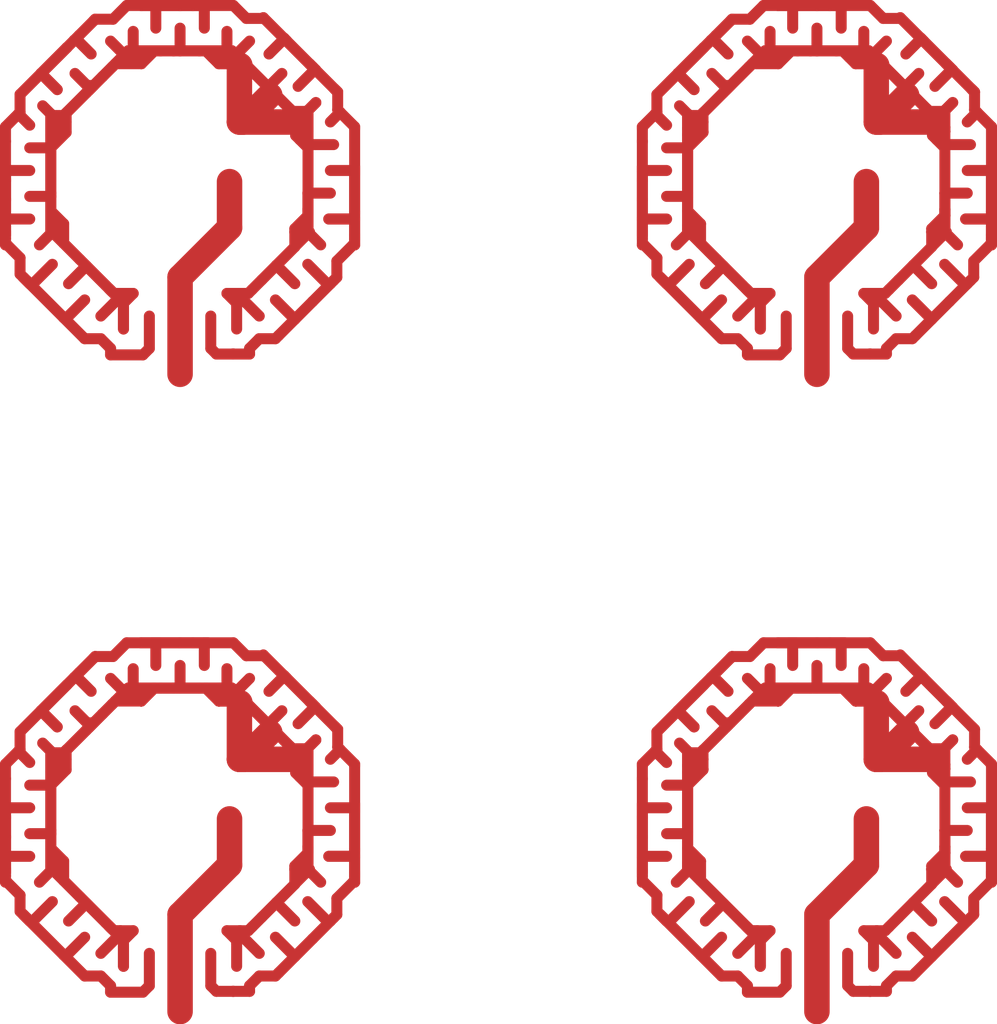
<source format=kicad_pcb>
(kicad_pcb (version 4) (host pcbnew 4.0.4-stable)

  (general
    (links 0)
    (no_connects 0)
    (area 122.991879 62.17158 173.680121 117.56644)
    (thickness 1.6)
    (drawings 0)
    (tracks 1400)
    (zones 0)
    (modules 0)
    (nets 1)
  )

  (page A4)
  (title_block
    (date "4 aug 2010")
  )

  (layers
    (0 Component signal)
    (31 Copper signal)
    (32 B.Adhes user)
    (33 F.Adhes user)
    (34 B.Paste user)
    (35 F.Paste user)
    (36 B.SilkS user)
    (37 F.SilkS user)
    (38 B.Mask user)
    (39 F.Mask user)
    (40 Dwgs.User user)
    (41 Cmts.User user)
    (42 Eco1.User user)
    (43 Eco2.User user)
    (44 Edge.Cuts user)
    (45 Margin user)
    (46 B.CrtYd user)
    (47 F.CrtYd user)
    (48 B.Fab user)
    (49 F.Fab user)
  )

  (setup
    (last_trace_width 1.00076)
    (trace_clearance 0.1524)
    (zone_clearance 0.508)
    (zone_45_only no)
    (trace_min 0.2)
    (segment_width 0.381)
    (edge_width 0.381)
    (via_size 1.143)
    (via_drill 0.635)
    (via_min_size 0.4)
    (via_min_drill 0.3)
    (uvia_size 0.508)
    (uvia_drill 0.2032)
    (uvias_allowed no)
    (uvia_min_size 0.2)
    (uvia_min_drill 0.1)
    (pcb_text_width 0.3048)
    (pcb_text_size 1.524 2.032)
    (mod_edge_width 0.381)
    (mod_text_size 1.524 1.524)
    (mod_text_width 0.3048)
    (pad_size 0.50038 0.50038)
    (pad_drill 0)
    (pad_to_mask_clearance 0.2)
    (aux_axis_origin 0 0)
    (visible_elements FFFFFF7F)
    (pcbplotparams
      (layerselection 0x00030_80000001)
      (usegerberextensions false)
      (excludeedgelayer true)
      (linewidth 0.100000)
      (plotframeref false)
      (viasonmask false)
      (mode 1)
      (useauxorigin false)
      (hpglpennumber 1)
      (hpglpenspeed 20)
      (hpglpendiameter 15)
      (hpglpenoverlay 2)
      (psnegative false)
      (psa4output false)
      (plotreference true)
      (plotvalue true)
      (plotinvisibletext false)
      (padsonsilk false)
      (subtractmaskfromsilk false)
      (outputformat 1)
      (mirror false)
      (drillshape 1)
      (scaleselection 1)
      (outputdirectory ""))
  )

  (net 0 "")

  (net_class Default "This is the default net class."
    (clearance 0.1524)
    (trace_width 1.00076)
    (via_dia 1.143)
    (via_drill 0.635)
    (uvia_dia 0.508)
    (uvia_drill 0.2032)
  )

  (segment (start 160.8455 106.299) (end 160.8455 110.109) (width 1.00076) (layer Component) (net 0))
  (segment (start 162.7886 104.3559) (end 160.8455 106.299) (width 1.00076) (layer Component) (net 0))
  (segment (start 162.7886 102.54488) (end 162.7886 104.3559) (width 1.00076) (layer Component) (net 0) (status 800))
  (segment (start 163.17722 100.20554) (end 165.38702 100.20554) (width 1.00076) (layer Component) (net 0) (status 800))
  (segment (start 163.17722 97.99828) (end 163.195 97.9805) (width 1.00076) (layer Component) (net 0))
  (segment (start 163.17722 100.20554) (end 163.17722 97.99828) (width 1.00076) (layer Component) (net 0) (status 800))
  (segment (start 163.322 100.20554) (end 164.37102 99.15652) (width 1.00076) (layer Component) (net 0))
  (segment (start 163.17722 100.20554) (end 163.322 100.20554) (width 1.00076) (layer Component) (net 0) (status 800))
  (segment (start 155.7655 103.124) (end 154.94 103.124) (width 0.4318) (layer Component) (net 0))
  (segment (start 155.7655 101.219) (end 154.94 101.219) (width 0.4318) (layer Component) (net 0))
  (segment (start 165.87216 102.997) (end 166.751 102.997) (width 0.4318) (layer Component) (net 0))
  (segment (start 167.7035 102.108) (end 166.751 102.108) (width 0.4318) (layer Component) (net 0))
  (segment (start 166.116 98.171) (end 165.481 98.806) (width 0.4318) (layer Component) (net 0))
  (segment (start 166.1795 98.171) (end 166.116 98.171) (width 0.4318) (layer Component) (net 0))
  (segment (start 164.37102 98.77298) (end 164.846 98.298) (width 0.4318) (layer Component) (net 0))
  (segment (start 164.37102 99.15652) (end 164.37102 98.77298) (width 0.4318) (layer Component) (net 0))
  (segment (start 157.19298 98.77298) (end 156.718 98.298) (width 0.4318) (layer Component) (net 0))
  (segment (start 157.44952 98.77298) (end 157.19298 98.77298) (width 0.4318) (layer Component) (net 0))
  (segment (start 156.81198 96.99498) (end 157.353 97.536) (width 0.4318) (layer Component) (net 0))
  (segment (start 156.68752 96.99498) (end 156.81198 96.99498) (width 0.4318) (layer Component) (net 0))
  (segment (start 162.687 97.5995) (end 162.687 96.647) (width 0.4318) (layer Component) (net 0))
  (segment (start 159.004 97.5995) (end 159.004 96.647) (width 0.4318) (layer Component) (net 0))
  (segment (start 154.94 100.33) (end 154.4955 99.8855) (width 0.4318) (layer Component) (net 0))
  (segment (start 166.751 100.203) (end 167.132 99.822) (width 0.4318) (layer Component) (net 0))
  (segment (start 166.624 106.553) (end 165.862 105.791) (width 0.4318) (layer Component) (net 0))
  (segment (start 166.751 106.553) (end 166.624 106.553) (width 0.4318) (layer Component) (net 0))
  (segment (start 155.067 106.553) (end 155.829 105.791) (width 0.4318) (layer Component) (net 0))
  (segment (start 154.94 106.553) (end 155.067 106.553) (width 0.4318) (layer Component) (net 0))
  (segment (start 156.4005 107.8865) (end 157.099 107.188) (width 0.4318) (layer Component) (net 0))
  (segment (start 156.2735 107.8865) (end 156.4005 107.8865) (width 0.4318) (layer Component) (net 0))
  (segment (start 165.354 107.95) (end 164.592 107.188) (width 0.4318) (layer Component) (net 0))
  (segment (start 157.1625 105.8545) (end 156.464 106.553) (width 0.4318) (layer Component) (net 0))
  (segment (start 164.6301 105.8291) (end 165.354 106.553) (width 0.4318) (layer Component) (net 0))
  (segment (start 158.496 107.061) (end 157.734 107.823) (width 0.4318) (layer Component) (net 0))
  (segment (start 158.496 106.934) (end 158.496 107.061) (width 0.4318) (layer Component) (net 0))
  (segment (start 163.195 107.061) (end 163.957 107.823) (width 0.4318) (layer Component) (net 0))
  (segment (start 163.195 106.934) (end 163.195 107.061) (width 0.4318) (layer Component) (net 0))
  (segment (start 163.068 107.315) (end 162.687 106.934) (width 0.4318) (layer Component) (net 0))
  (segment (start 163.195 106.934) (end 163.5252 106.934) (width 0.4318) (layer Component) (net 0))
  (segment (start 162.687 106.934) (end 163.195 106.934) (width 0.4318) (layer Component) (net 0))
  (segment (start 163.068 107.188) (end 163.068 107.315) (width 0.4318) (layer Component) (net 0))
  (segment (start 163.068 107.442) (end 163.068 107.188) (width 0.4318) (layer Component) (net 0))
  (segment (start 163.068 107.442) (end 163.068 108.331) (width 0.4318) (layer Component) (net 0))
  (segment (start 164.0586 106.4006) (end 163.6776 106.7816) (width 0.4318) (layer Component) (net 0))
  (segment (start 164.6301 105.8291) (end 164.0586 106.4006) (width 0.4318) (layer Component) (net 0))
  (segment (start 165.354 105.1052) (end 164.6301 105.8291) (width 0.4318) (layer Component) (net 0))
  (segment (start 163.6776 106.7816) (end 163.5252 106.934) (width 0.4318) (layer Component) (net 0))
  (segment (start 165.354 105.0925) (end 165.354 105.1052) (width 0.4318) (layer Component) (net 0))
  (segment (start 155.7655 104.5845) (end 155.321 105.029) (width 0.4318) (layer Component) (net 0))
  (segment (start 155.7655 104.4575) (end 155.7655 104.5845) (width 0.4318) (layer Component) (net 0))
  (segment (start 167.005 105.664) (end 167.005 106.299) (width 0.4318) (layer Component) (net 0))
  (segment (start 167.64 105.029) (end 167.005 105.664) (width 0.4318) (layer Component) (net 0))
  (segment (start 167.7035 105.029) (end 167.64 105.029) (width 0.4318) (layer Component) (net 0))
  (segment (start 154.051 105.029) (end 154.559 105.537) (width 0.4318) (layer Component) (net 0))
  (segment (start 154.559 105.537) (end 154.559 106.172) (width 0.4318) (layer Component) (net 0))
  (segment (start 153.9875 105.029) (end 154.051 105.029) (width 0.4318) (layer Component) (net 0))
  (segment (start 163.576 109.093) (end 163.957 108.712) (width 0.4318) (layer Component) (net 0))
  (segment (start 163.957 108.712) (end 164.592 108.712) (width 0.4318) (layer Component) (net 0))
  (segment (start 163.576 109.31398) (end 163.576 109.093) (width 0.4318) (layer Component) (net 0))
  (segment (start 156.2735 107.8865) (end 157.099 108.712) (width 0.4318) (layer Component) (net 0))
  (segment (start 154.686 106.299) (end 156.2735 107.8865) (width 0.4318) (layer Component) (net 0))
  (segment (start 158.115 109.093) (end 157.734 108.712) (width 0.4318) (layer Component) (net 0))
  (segment (start 157.734 108.712) (end 157.099 108.712) (width 0.4318) (layer Component) (net 0))
  (segment (start 158.115 109.347) (end 158.115 109.093) (width 0.4318) (layer Component) (net 0))
  (segment (start 158.115 109.347) (end 159.385 109.347) (width 0.4318) (layer Component) (net 0))
  (segment (start 159.385 109.347) (end 159.639 109.093) (width 0.4318) (layer Component) (net 0))
  (segment (start 159.639 109.093) (end 159.639 107.823) (width 0.4318) (layer Component) (net 0))
  (segment (start 154.813 106.426) (end 154.686 106.299) (width 0.4318) (layer Component) (net 0))
  (segment (start 154.94 106.553) (end 154.813 106.426) (width 0.4318) (layer Component) (net 0))
  (segment (start 154.559 106.172) (end 154.94 106.553) (width 0.4318) (layer Component) (net 0))
  (segment (start 162.27298 109.31398) (end 162.052 109.093) (width 0.4318) (layer Component) (net 0))
  (segment (start 162.052 109.093) (end 162.052 107.823) (width 0.4318) (layer Component) (net 0))
  (segment (start 162.941 109.31398) (end 162.27298 109.31398) (width 0.4318) (layer Component) (net 0))
  (segment (start 162.941 109.31398) (end 162.90798 109.31398) (width 0.4318) (layer Component) (net 0))
  (segment (start 163.576 109.31398) (end 162.941 109.31398) (width 0.4318) (layer Component) (net 0))
  (segment (start 164.719 108.585) (end 164.592 108.712) (width 0.4318) (layer Component) (net 0))
  (segment (start 165.354 107.95) (end 164.719 108.585) (width 0.4318) (layer Component) (net 0))
  (segment (start 166.0525 107.2515) (end 165.354 107.95) (width 0.4318) (layer Component) (net 0))
  (segment (start 166.751 106.553) (end 166.0525 107.2515) (width 0.4318) (layer Component) (net 0))
  (segment (start 166.878 106.426) (end 166.751 106.553) (width 0.4318) (layer Component) (net 0))
  (segment (start 167.005 106.299) (end 166.878 106.426) (width 0.4318) (layer Component) (net 0))
  (segment (start 153.9875 104.013) (end 153.9875 104.648) (width 0.4318) (layer Component) (net 0))
  (segment (start 153.9875 104.648) (end 153.9875 104.521) (width 0.4318) (layer Component) (net 0))
  (segment (start 153.9875 103.251) (end 153.9875 104.013) (width 0.4318) (layer Component) (net 0))
  (segment (start 153.9875 102.489) (end 153.9875 103.251) (width 0.4318) (layer Component) (net 0))
  (segment (start 165.87216 104.521) (end 165.9255 104.521) (width 0.4318) (layer Component) (net 0))
  (segment (start 167.7035 104.013) (end 166.6875 104.013) (width 0.4318) (layer Component) (net 0))
  (segment (start 165.5445 100.076) (end 165.38702 100.23348) (width 0.4318) (layer Component) (net 0))
  (segment (start 165.38702 100.23348) (end 165.83152 99.78898) (width 0.4318) (layer Component) (net 0))
  (segment (start 165.83152 99.78898) (end 165.87216 99.74834) (width 0.4318) (layer Component) (net 0))
  (segment (start 165.87216 99.74834) (end 166.1795 99.441) (width 0.4318) (layer Component) (net 0))
  (segment (start 165.5445 100.076) (end 166.1795 99.441) (width 0.4318) (layer Component) (net 0))
  (segment (start 165.1635 99.695) (end 165.25748 99.78898) (width 0.4318) (layer Component) (net 0))
  (segment (start 165.25748 99.78898) (end 165.38702 99.91852) (width 0.4318) (layer Component) (net 0))
  (segment (start 165.38702 99.91852) (end 165.5445 100.076) (width 0.4318) (layer Component) (net 0))
  (segment (start 165.5445 100.076) (end 165.6715 100.203) (width 0.4318) (layer Component) (net 0))
  (segment (start 163.2585 97.917) (end 163.2585 97.79) (width 0.4318) (layer Component) (net 0))
  (segment (start 162.3695 97.917) (end 162.814 97.4725) (width 0.4318) (layer Component) (net 0))
  (segment (start 162.814 97.4725) (end 162.78352 97.50298) (width 0.4318) (layer Component) (net 0))
  (segment (start 162.78352 97.50298) (end 162.8775 97.409) (width 0.4318) (layer Component) (net 0))
  (segment (start 158.8135 97.409) (end 158.877 97.4725) (width 0.4318) (layer Component) (net 0))
  (segment (start 158.877 97.4725) (end 158.84652 97.44202) (width 0.4318) (layer Component) (net 0))
  (segment (start 158.84652 97.44202) (end 159.3215 97.917) (width 0.4318) (layer Component) (net 0))
  (segment (start 161.8615 97.409) (end 162.1155 97.663) (width 0.4318) (layer Component) (net 0))
  (segment (start 162.1155 97.663) (end 162.3695 97.917) (width 0.4318) (layer Component) (net 0))
  (segment (start 162.3695 97.917) (end 163.2585 97.917) (width 0.4318) (layer Component) (net 0))
  (segment (start 163.2585 97.917) (end 163.3855 97.917) (width 0.4318) (layer Component) (net 0))
  (segment (start 159.3215 97.917) (end 159.3215 97.917) (width 0.4318) (layer Component) (net 0))
  (segment (start 159.3215 97.917) (end 159.8295 97.409) (width 0.4318) (layer Component) (net 0))
  (segment (start 155.3845 98.298) (end 156.0195 98.933) (width 0.4318) (layer Component) (net 0))
  (segment (start 155.7655 100.457) (end 155.7655 99.949) (width 0.4318) (layer Component) (net 0))
  (segment (start 165.1635 99.695) (end 164.49802 99.02952) (width 0.4318) (layer Component) (net 0))
  (segment (start 164.49802 99.02952) (end 164.2745 98.806) (width 0.4318) (layer Component) (net 0))
  (segment (start 164.2745 98.806) (end 163.3855 97.917) (width 0.4318) (layer Component) (net 0))
  (segment (start 163.3855 97.917) (end 163.10102 97.63252) (width 0.4318) (layer Component) (net 0))
  (segment (start 163.10102 97.63252) (end 163.03752 97.56902) (width 0.4318) (layer Component) (net 0))
  (segment (start 163.03752 97.56902) (end 163.1315 97.663) (width 0.4318) (layer Component) (net 0))
  (segment (start 163.1315 97.663) (end 162.8775 97.409) (width 0.4318) (layer Component) (net 0))
  (segment (start 162.8775 97.409) (end 162.6235 97.409) (width 0.4318) (layer Component) (net 0))
  (segment (start 162.6235 97.409) (end 162.3695 97.409) (width 0.4318) (layer Component) (net 0))
  (segment (start 162.3695 97.409) (end 161.8615 97.409) (width 0.4318) (layer Component) (net 0))
  (segment (start 161.8615 97.409) (end 161.6075 97.409) (width 0.4318) (layer Component) (net 0))
  (segment (start 161.6075 97.409) (end 160.8455 97.409) (width 0.4318) (layer Component) (net 0))
  (segment (start 160.8455 97.409) (end 160.5915 97.409) (width 0.4318) (layer Component) (net 0))
  (segment (start 160.0835 97.409) (end 159.8295 97.409) (width 0.4318) (layer Component) (net 0))
  (segment (start 160.5915 97.409) (end 160.0835 97.409) (width 0.4318) (layer Component) (net 0))
  (segment (start 159.8295 97.409) (end 159.0675 97.409) (width 0.4318) (layer Component) (net 0))
  (segment (start 159.0675 97.409) (end 158.8135 97.409) (width 0.4318) (layer Component) (net 0))
  (segment (start 158.8135 97.409) (end 158.65602 97.56648) (width 0.4318) (layer Component) (net 0))
  (segment (start 158.65602 97.56648) (end 158.496 97.7265) (width 0.4318) (layer Component) (net 0))
  (segment (start 158.496 97.7265) (end 158.3055 97.917) (width 0.4318) (layer Component) (net 0))
  (segment (start 158.3055 97.917) (end 158.1785 98.044) (width 0.4318) (layer Component) (net 0))
  (segment (start 158.1785 98.044) (end 157.7975 98.425) (width 0.4318) (layer Component) (net 0))
  (segment (start 157.7975 98.425) (end 157.25902 98.96348) (width 0.4318) (layer Component) (net 0))
  (segment (start 157.25902 98.96348) (end 157.38602 98.83648) (width 0.4318) (layer Component) (net 0))
  (segment (start 157.38602 98.83648) (end 157.1625 99.06) (width 0.4318) (layer Component) (net 0))
  (segment (start 157.1625 99.06) (end 156.2735 99.949) (width 0.4318) (layer Component) (net 0))
  (segment (start 156.2735 99.949) (end 156.37002 99.85248) (width 0.4318) (layer Component) (net 0))
  (segment (start 156.37002 99.85248) (end 156.30652 99.91598) (width 0.4318) (layer Component) (net 0))
  (segment (start 156.30652 99.91598) (end 156.4005 99.822) (width 0.4318) (layer Component) (net 0))
  (segment (start 156.4005 99.822) (end 155.7655 100.457) (width 0.4318) (layer Component) (net 0))
  (segment (start 155.7655 100.457) (end 155.7655 100.711) (width 0.4318) (layer Component) (net 0))
  (segment (start 155.7655 100.711) (end 155.7655 101.092) (width 0.4318) (layer Component) (net 0))
  (segment (start 155.7655 101.092) (end 155.7655 101.219) (width 0.4318) (layer Component) (net 0))
  (segment (start 165.87216 102.997) (end 165.87216 103.632) (width 0.4318) (layer Component) (net 0))
  (segment (start 165.87216 103.632) (end 165.87216 103.886) (width 0.4318) (layer Component) (net 0))
  (segment (start 165.87216 103.886) (end 165.87216 104.521) (width 0.4318) (layer Component) (net 0))
  (segment (start 165.87216 104.521) (end 165.87216 104.57434) (width 0.4318) (layer Component) (net 0))
  (segment (start 165.87216 104.57434) (end 165.354 105.0925) (width 0.4318) (layer Component) (net 0))
  (segment (start 167.7035 100.457) (end 167.7035 102.108) (width 0.4318) (layer Component) (net 0))
  (segment (start 167.7035 102.108) (end 167.7035 101.981) (width 0.4318) (layer Component) (net 0))
  (segment (start 167.7035 101.981) (end 167.7035 102.235) (width 0.4318) (layer Component) (net 0))
  (segment (start 167.7035 102.235) (end 167.7035 103.759) (width 0.4318) (layer Component) (net 0))
  (segment (start 167.7035 103.759) (end 167.7035 104.013) (width 0.4318) (layer Component) (net 0))
  (segment (start 167.7035 104.013) (end 167.7035 104.648) (width 0.4318) (layer Component) (net 0))
  (segment (start 167.7035 104.648) (end 167.7035 105.029) (width 0.4318) (layer Component) (net 0))
  (segment (start 164.94252 96.93402) (end 165.0365 97.028) (width 0.4318) (layer Component) (net 0))
  (segment (start 165.0365 97.028) (end 164.9095 96.901) (width 0.4318) (layer Component) (net 0))
  (segment (start 164.9095 96.901) (end 166.1795 98.171) (width 0.4318) (layer Component) (net 0))
  (segment (start 166.1795 98.171) (end 166.0525 98.044) (width 0.4318) (layer Component) (net 0))
  (segment (start 166.0525 98.044) (end 165.9255 97.917) (width 0.4318) (layer Component) (net 0))
  (segment (start 165.9255 97.917) (end 166.97452 98.96602) (width 0.4318) (layer Component) (net 0))
  (segment (start 166.97452 98.96602) (end 167.03802 99.02952) (width 0.4318) (layer Component) (net 0))
  (segment (start 167.03802 99.02952) (end 166.91102 98.90252) (width 0.4318) (layer Component) (net 0))
  (segment (start 159.3215 95.631) (end 159.893 95.631) (width 0.4318) (layer Component) (net 0))
  (segment (start 159.893 95.631) (end 159.766 95.631) (width 0.4318) (layer Component) (net 0))
  (segment (start 159.766 95.631) (end 160.02 95.631) (width 0.4318) (layer Component) (net 0))
  (segment (start 160.02 95.631) (end 159.8295 95.631) (width 0.4318) (layer Component) (net 0))
  (segment (start 159.8295 95.631) (end 160.8455 95.631) (width 0.4318) (layer Component) (net 0))
  (segment (start 160.8455 95.631) (end 161.3535 95.631) (width 0.4318) (layer Component) (net 0))
  (segment (start 161.3535 95.631) (end 161.798 95.631) (width 0.4318) (layer Component) (net 0))
  (segment (start 161.798 95.631) (end 161.925 95.631) (width 0.4318) (layer Component) (net 0))
  (segment (start 161.925 95.631) (end 161.8615 95.631) (width 0.4318) (layer Component) (net 0))
  (segment (start 154.559 99.1235) (end 155.3845 98.298) (width 0.4318) (layer Component) (net 0))
  (segment (start 155.3845 98.298) (end 156.4005 97.282) (width 0.4318) (layer Component) (net 0))
  (segment (start 156.4005 97.282) (end 156.68752 96.99498) (width 0.4318) (layer Component) (net 0))
  (segment (start 156.87802 96.80448) (end 157.51302 96.16948) (width 0.4318) (layer Component) (net 0))
  (segment (start 156.68752 96.99498) (end 156.87802 96.80448) (width 0.4318) (layer Component) (net 0))
  (segment (start 157.51302 96.16948) (end 157.44952 96.23298) (width 0.4318) (layer Component) (net 0))
  (segment (start 153.9875 100.457) (end 153.9875 100.965) (width 0.4318) (layer Component) (net 0))
  (segment (start 153.9875 100.965) (end 153.9875 101.981) (width 0.4318) (layer Component) (net 0))
  (segment (start 153.9875 102.108) (end 153.9875 102.489) (width 0.4318) (layer Component) (net 0))
  (segment (start 153.9875 101.981) (end 153.9875 102.108) (width 0.4318) (layer Component) (net 0))
  (segment (start 162.80384 104.34066) (end 161.83102 105.31348) (width 0.4318) (layer Component) (net 0))
  (segment (start 161.83102 105.31348) (end 160.8455 106.299) (width 0.4318) (layer Component) (net 0))
  (segment (start 160.8455 106.299) (end 160.8455 110.109) (width 0.4318) (layer Component) (net 0))
  (segment (start 162.80384 102.54234) (end 162.80384 104.34066) (width 0.4318) (layer Component) (net 0))
  (segment (start 156.9085 105.6005) (end 158.115 106.807) (width 0.4318) (layer Component) (net 0))
  (segment (start 158.115 106.807) (end 158.1785 106.8705) (width 0.4318) (layer Component) (net 0))
  (segment (start 158.1785 106.8705) (end 158.0515 106.7435) (width 0.4318) (layer Component) (net 0))
  (segment (start 158.0515 106.7435) (end 158.4325 107.1245) (width 0.4318) (layer Component) (net 0))
  (segment (start 158.4325 107.1245) (end 158.3055 106.9975) (width 0.4318) (layer Component) (net 0))
  (segment (start 155.7655 104.4575) (end 156.2735 104.9655) (width 0.4318) (layer Component) (net 0))
  (segment (start 156.2735 104.9655) (end 156.9085 105.6005) (width 0.4318) (layer Component) (net 0))
  (segment (start 158.623 107.315) (end 158.623 108.331) (width 0.4318) (layer Component) (net 0))
  (segment (start 155.7655 103.124) (end 155.7655 103.6955) (width 0.4318) (layer Component) (net 0))
  (segment (start 155.7655 103.6955) (end 155.7655 104.267) (width 0.4318) (layer Component) (net 0))
  (segment (start 155.7655 104.267) (end 155.7655 104.394) (width 0.4318) (layer Component) (net 0))
  (segment (start 155.7655 102.997) (end 155.7655 103.124) (width 0.4318) (layer Component) (net 0))
  (segment (start 155.7655 101.219) (end 155.7655 102.997) (width 0.4318) (layer Component) (net 0))
  (segment (start 155.7655 104.394) (end 155.7655 104.4575) (width 0.4318) (layer Component) (net 0))
  (segment (start 155.7655 104.394) (end 155.7655 104.4575) (width 0.4318) (layer Component) (net 0))
  (segment (start 155.7655 101.219) (end 155.7655 102.997) (width 0.4318) (layer Component) (net 0))
  (segment (start 155.7655 102.997) (end 155.7655 103.124) (width 0.4318) (layer Component) (net 0))
  (segment (start 155.7655 103.124) (end 155.7655 104.394) (width 0.4318) (layer Component) (net 0))
  (segment (start 158.623 107.315) (end 158.623 108.331) (width 0.4318) (layer Component) (net 0))
  (segment (start 155.7655 104.4575) (end 156.9085 105.6005) (width 0.4318) (layer Component) (net 0))
  (segment (start 157.9245 106.6165) (end 158.3055 106.9975) (width 0.4318) (layer Component) (net 0))
  (segment (start 157.226 105.918) (end 157.9245 106.6165) (width 0.4318) (layer Component) (net 0))
  (segment (start 157.1625 105.8545) (end 157.226 105.918) (width 0.4318) (layer Component) (net 0))
  (segment (start 156.9085 105.6005) (end 157.1625 105.8545) (width 0.4318) (layer Component) (net 0))
  (segment (start 158.3055 106.9975) (end 158.623 107.315) (width 0.4318) (layer Component) (net 0))
  (segment (start 162.80384 102.54234) (end 162.80384 104.34066) (width 0.4318) (layer Component) (net 0))
  (segment (start 160.8455 106.299) (end 160.8455 110.109) (width 0.4318) (layer Component) (net 0))
  (segment (start 162.80384 104.34066) (end 160.8455 106.299) (width 0.4318) (layer Component) (net 0))
  (segment (start 153.9875 101.981) (end 153.9875 102.108) (width 0.4318) (layer Component) (net 0))
  (segment (start 153.9875 102.108) (end 153.9875 102.489) (width 0.4318) (layer Component) (net 0))
  (segment (start 155.3845 98.298) (end 156.4005 97.282) (width 0.4318) (layer Component) (net 0))
  (segment (start 161.3535 95.631) (end 161.8615 95.631) (width 0.4318) (layer Component) (net 0))
  (segment (start 160.8455 95.631) (end 161.3535 95.631) (width 0.4318) (layer Component) (net 0))
  (segment (start 159.8295 95.631) (end 160.8455 95.631) (width 0.4318) (layer Component) (net 0))
  (segment (start 159.3215 95.631) (end 159.8295 95.631) (width 0.4318) (layer Component) (net 0))
  (segment (start 166.0525 98.044) (end 165.9255 97.917) (width 0.4318) (layer Component) (net 0))
  (segment (start 166.1795 98.171) (end 166.0525 98.044) (width 0.4318) (layer Component) (net 0))
  (segment (start 164.9095 96.901) (end 166.1795 98.171) (width 0.4318) (layer Component) (net 0))
  (segment (start 165.0365 97.028) (end 164.9095 96.901) (width 0.4318) (layer Component) (net 0))
  (segment (start 167.7035 104.775) (end 167.7035 105.029) (width 0.4318) (layer Component) (net 0))
  (segment (start 167.7035 104.013) (end 167.7035 104.775) (width 0.4318) (layer Component) (net 0))
  (segment (start 167.7035 103.759) (end 167.7035 104.013) (width 0.4318) (layer Component) (net 0))
  (segment (start 167.7035 101.981) (end 167.7035 103.759) (width 0.4318) (layer Component) (net 0))
  (segment (start 165.87216 104.521) (end 165.87216 104.57434) (width 0.4318) (layer Component) (net 0))
  (segment (start 165.87216 102.997) (end 165.87216 104.521) (width 0.4318) (layer Component) (net 0))
  (segment (start 155.7655 100.711) (end 155.7655 101.219) (width 0.4318) (layer Component) (net 0))
  (segment (start 155.7655 100.457) (end 155.7655 100.711) (width 0.4318) (layer Component) (net 0))
  (segment (start 156.4005 99.822) (end 155.7655 100.457) (width 0.4318) (layer Component) (net 0))
  (segment (start 157.1625 99.06) (end 156.4005 99.822) (width 0.4318) (layer Component) (net 0))
  (segment (start 157.44952 98.77298) (end 157.1625 99.06) (width 0.4318) (layer Component) (net 0))
  (segment (start 157.7975 98.425) (end 157.44952 98.77298) (width 0.4318) (layer Component) (net 0))
  (segment (start 158.1785 98.044) (end 157.7975 98.425) (width 0.4318) (layer Component) (net 0))
  (segment (start 158.8135 97.409) (end 158.1785 98.044) (width 0.4318) (layer Component) (net 0))
  (segment (start 159.0675 97.409) (end 158.8135 97.409) (width 0.4318) (layer Component) (net 0))
  (segment (start 159.8295 97.409) (end 159.0675 97.409) (width 0.4318) (layer Component) (net 0))
  (segment (start 160.5915 97.409) (end 160.0835 97.409) (width 0.4318) (layer Component) (net 0))
  (segment (start 160.0835 97.409) (end 159.8295 97.409) (width 0.4318) (layer Component) (net 0))
  (segment (start 160.8455 97.409) (end 160.5915 97.409) (width 0.4318) (layer Component) (net 0))
  (segment (start 161.6075 97.409) (end 160.8455 97.409) (width 0.4318) (layer Component) (net 0))
  (segment (start 161.8615 97.409) (end 161.6075 97.409) (width 0.4318) (layer Component) (net 0))
  (segment (start 162.3695 97.409) (end 161.8615 97.409) (width 0.4318) (layer Component) (net 0))
  (segment (start 162.6235 97.409) (end 162.3695 97.409) (width 0.4318) (layer Component) (net 0))
  (segment (start 162.8775 97.409) (end 162.6235 97.409) (width 0.4318) (layer Component) (net 0))
  (segment (start 163.1315 97.663) (end 162.8775 97.409) (width 0.4318) (layer Component) (net 0))
  (segment (start 163.3855 97.917) (end 163.1315 97.663) (width 0.4318) (layer Component) (net 0))
  (segment (start 164.2745 98.806) (end 163.3855 97.917) (width 0.4318) (layer Component) (net 0))
  (segment (start 165.1635 99.695) (end 164.2745 98.806) (width 0.4318) (layer Component) (net 0))
  (segment (start 155.7655 100.457) (end 155.7655 99.949) (width 0.4318) (layer Component) (net 0))
  (segment (start 155.3845 98.298) (end 156.0195 98.933) (width 0.4318) (layer Component) (net 0))
  (segment (start 159.3215 97.917) (end 159.8295 97.409) (width 0.4318) (layer Component) (net 0))
  (segment (start 159.3215 97.917) (end 159.3215 97.917) (width 0.4318) (layer Component) (net 0))
  (segment (start 163.2585 97.917) (end 163.3855 97.917) (width 0.4318) (layer Component) (net 0))
  (segment (start 162.3695 97.917) (end 163.2585 97.917) (width 0.4318) (layer Component) (net 0))
  (segment (start 162.1155 97.663) (end 162.3695 97.917) (width 0.4318) (layer Component) (net 0))
  (segment (start 161.8615 97.409) (end 162.1155 97.663) (width 0.4318) (layer Component) (net 0))
  (segment (start 159.004 97.5995) (end 159.3215 97.917) (width 0.4318) (layer Component) (net 0))
  (segment (start 158.8135 97.409) (end 159.004 97.5995) (width 0.4318) (layer Component) (net 0))
  (segment (start 162.687 97.5995) (end 162.8775 97.409) (width 0.4318) (layer Component) (net 0))
  (segment (start 162.3695 97.917) (end 162.687 97.5995) (width 0.4318) (layer Component) (net 0))
  (segment (start 163.2585 97.917) (end 163.2585 97.79) (width 0.4318) (layer Component) (net 0))
  (segment (start 165.5445 100.076) (end 165.6715 100.203) (width 0.4318) (layer Component) (net 0))
  (segment (start 165.1635 99.695) (end 165.5445 100.076) (width 0.4318) (layer Component) (net 0))
  (segment (start 167.7035 104.013) (end 166.6875 104.013) (width 0.4318) (layer Component) (net 0))
  (segment (start 165.87216 104.521) (end 165.9255 104.521) (width 0.4318) (layer Component) (net 0))
  (segment (start 153.9875 102.489) (end 153.9875 103.251) (width 0.4318) (layer Component) (net 0))
  (segment (start 153.9875 103.251) (end 153.9875 104.013) (width 0.4318) (layer Component) (net 0))
  (segment (start 153.9875 104.775) (end 153.9875 105.029) (width 0.4318) (layer Component) (net 0))
  (segment (start 153.9875 104.013) (end 153.9875 104.775) (width 0.4318) (layer Component) (net 0))
  (segment (start 165.87216 102.997) (end 165.87216 101.092) (width 0.4318) (layer Component) (net 0))
  (segment (start 165.87216 101.092) (end 165.87216 101.219) (width 0.4318) (layer Component) (net 0))
  (segment (start 165.87216 101.219) (end 165.87216 100.584) (width 0.4318) (layer Component) (net 0))
  (segment (start 165.87216 100.584) (end 165.87216 100.40366) (width 0.4318) (layer Component) (net 0))
  (segment (start 165.87216 100.40366) (end 165.6715 100.203) (width 0.4318) (layer Component) (net 0))
  (segment (start 165.38702 99.91852) (end 165.38702 100.584) (width 0.4318) (layer Component) (net 0))
  (segment (start 165.38702 100.584) (end 165.38702 100.73386) (width 0.4318) (layer Component) (net 0))
  (segment (start 165.54958 100.89642) (end 165.87216 101.219) (width 0.4318) (layer Component) (net 0))
  (segment (start 165.38702 100.73386) (end 165.54958 100.89642) (width 0.4318) (layer Component) (net 0))
  (segment (start 165.87216 103.632) (end 165.87216 103.87584) (width 0.4318) (layer Component) (net 0))
  (segment (start 165.87216 103.87584) (end 165.354 104.394) (width 0.4318) (layer Component) (net 0))
  (segment (start 165.354 104.394) (end 165.354 104.521) (width 0.4318) (layer Component) (net 0))
  (segment (start 165.354 104.521) (end 165.354 105.0925) (width 0.4318) (layer Component) (net 0))
  (segment (start 156.2735 104.9655) (end 156.2735 104.2035) (width 0.4318) (layer Component) (net 0))
  (segment (start 156.2735 104.2035) (end 155.7655 103.6955) (width 0.4318) (layer Component) (net 0))
  (segment (start 156.37002 99.85248) (end 156.37002 100.203) (width 0.4318) (layer Component) (net 0))
  (segment (start 156.37002 100.203) (end 156.37002 100.584) (width 0.4318) (layer Component) (net 0))
  (segment (start 156.37002 100.584) (end 156.37002 100.61448) (width 0.4318) (layer Component) (net 0))
  (segment (start 156.37002 100.61448) (end 155.7655 101.219) (width 0.4318) (layer Component) (net 0))
  (segment (start 158.623 107.315) (end 159.004 106.934) (width 0.4318) (layer Component) (net 0))
  (segment (start 158.369 106.934) (end 158.3055 106.9975) (width 0.4318) (layer Component) (net 0))
  (segment (start 158.496 106.934) (end 158.369 106.934) (width 0.4318) (layer Component) (net 0))
  (segment (start 159.004 106.934) (end 158.496 106.934) (width 0.4318) (layer Component) (net 0))
  (segment (start 165.87216 104.521) (end 165.354 104.521) (width 0.4318) (layer Component) (net 0))
  (segment (start 155.7655 104.4575) (end 155.956 104.267) (width 0.4318) (layer Component) (net 0))
  (segment (start 155.956 104.267) (end 155.7655 104.267) (width 0.4318) (layer Component) (net 0))
  (segment (start 155.7655 100.711) (end 155.829 100.711) (width 0.4318) (layer Component) (net 0))
  (segment (start 155.829 100.711) (end 156.083 100.457) (width 0.4318) (layer Component) (net 0))
  (segment (start 165.87216 100.584) (end 165.38702 100.584) (width 0.4318) (layer Component) (net 0))
  (segment (start 163.195 100.203) (end 163.195 97.9805) (width 0.4318) (layer Component) (net 0))
  (segment (start 163.195 97.9805) (end 163.2585 97.917) (width 0.4318) (layer Component) (net 0))
  (segment (start 165.38702 100.20554) (end 165.38702 100.23348) (width 0.4318) (layer Component) (net 0))
  (segment (start 163.195 100.203) (end 165.38702 100.203) (width 0.4318) (layer Component) (net 0))
  (segment (start 165.38702 100.203) (end 165.38702 100.20554) (width 0.4318) (layer Component) (net 0))
  (segment (start 163.195 100.203) (end 163.32454 100.203) (width 0.4318) (layer Component) (net 0))
  (segment (start 164.37102 99.15652) (end 164.49802 99.02952) (width 0.4318) (layer Component) (net 0))
  (segment (start 164.37102 99.15652) (end 164.37102 99.15652) (width 0.4318) (layer Component) (net 0))
  (segment (start 163.32454 100.203) (end 164.37102 99.15652) (width 0.4318) (layer Component) (net 0))
  (segment (start 153.9875 100.457) (end 153.9875 100.3935) (width 0.4318) (layer Component) (net 0))
  (segment (start 154.559 99.822) (end 154.559 99.1235) (width 0.4318) (layer Component) (net 0))
  (segment (start 154.4955 99.8855) (end 154.559 99.822) (width 0.4318) (layer Component) (net 0))
  (segment (start 153.9875 100.3935) (end 154.4955 99.8855) (width 0.4318) (layer Component) (net 0))
  (segment (start 155.7655 99.949) (end 155.7655 99.8855) (width 0.4318) (layer Component) (net 0))
  (segment (start 155.7655 99.8855) (end 155.448 99.568) (width 0.4318) (layer Component) (net 0))
  (segment (start 167.7035 100.457) (end 167.7035 100.3935) (width 0.4318) (layer Component) (net 0))
  (segment (start 167.03802 99.72802) (end 167.03802 99.02952) (width 0.4318) (layer Component) (net 0))
  (segment (start 167.132 99.822) (end 167.03802 99.72802) (width 0.4318) (layer Component) (net 0))
  (segment (start 167.7035 100.3935) (end 167.132 99.822) (width 0.4318) (layer Component) (net 0))
  (segment (start 165.9255 104.521) (end 165.9255 104.5845) (width 0.4318) (layer Component) (net 0))
  (segment (start 165.9255 104.5845) (end 166.37 105.029) (width 0.4318) (layer Component) (net 0))
  (segment (start 153.9875 104.013) (end 154.94 104.013) (width 0.4318) (layer Component) (net 0))
  (segment (start 153.9875 102.108) (end 154.94 102.108) (width 0.4318) (layer Component) (net 0))
  (segment (start 165.87216 101.092) (end 166.878 101.092) (width 0.4318) (layer Component) (net 0))
  (segment (start 158.21152 96.16948) (end 157.51302 96.16948) (width 0.4318) (layer Component) (net 0))
  (segment (start 159.3215 95.631) (end 158.75 95.631) (width 0.4318) (layer Component) (net 0))
  (segment (start 158.21152 96.16948) (end 158.75 95.631) (width 0.4318) (layer Component) (net 0))
  (segment (start 164.08654 96.139) (end 164.11702 96.10852) (width 0.4318) (layer Component) (net 0))
  (segment (start 162.941 95.631) (end 163.449 96.139) (width 0.4318) (layer Component) (net 0))
  (segment (start 162.941 95.631) (end 161.8615 95.631) (width 0.4318) (layer Component) (net 0))
  (segment (start 164.93998 96.93402) (end 164.93998 96.93148) (width 0.4318) (layer Component) (net 0))
  (segment (start 164.93998 96.93148) (end 164.11702 96.10852) (width 0.4318) (layer Component) (net 0))
  (segment (start 163.449 96.139) (end 164.08654 96.139) (width 0.4318) (layer Component) (net 0))
  (segment (start 160.8455 97.409) (end 160.8455 96.52) (width 0.4318) (layer Component) (net 0))
  (segment (start 161.798 95.631) (end 161.798 96.52) (width 0.4318) (layer Component) (net 0))
  (segment (start 159.893 95.631) (end 159.893 96.52) (width 0.4318) (layer Component) (net 0))
  (segment (start 163.10102 97.63252) (end 163.10102 97.50298) (width 0.4318) (layer Component) (net 0))
  (segment (start 163.10102 97.50298) (end 163.576 97.028) (width 0.4318) (layer Component) (net 0))
  (segment (start 159.3215 97.917) (end 158.3055 97.917) (width 0.4318) (layer Component) (net 0))
  (segment (start 158.65602 97.56648) (end 158.65348 97.56648) (width 0.4318) (layer Component) (net 0))
  (segment (start 158.65348 97.56648) (end 158.115 97.028) (width 0.4318) (layer Component) (net 0))
  (segment (start 164.94252 96.93402) (end 164.93998 96.93402) (width 0.4318) (layer Component) (net 0))
  (segment (start 164.93998 96.93402) (end 164.338 97.536) (width 0.4318) (layer Component) (net 0))
  (segment (start 155.7655 99.949) (end 156.2735 99.949) (width 0.4318) (layer Component) (net 0))
  (segment (start 165.87216 100.584) (end 165.87216 99.74834) (width 0.4318) (layer Component) (net 0))
  (segment (start 165.83152 99.78898) (end 165.25748 99.78898) (width 0.4318) (layer Component) (net 0))
  (segment (start 140.81252 99.78898) (end 140.23848 99.78898) (width 0.4318) (layer Component) (net 0))
  (segment (start 140.85316 100.584) (end 140.85316 99.74834) (width 0.4318) (layer Component) (net 0))
  (segment (start 130.7465 99.949) (end 131.2545 99.949) (width 0.4318) (layer Component) (net 0))
  (segment (start 139.92098 96.93402) (end 139.319 97.536) (width 0.4318) (layer Component) (net 0))
  (segment (start 139.92352 96.93402) (end 139.92098 96.93402) (width 0.4318) (layer Component) (net 0))
  (segment (start 133.63448 97.56648) (end 133.096 97.028) (width 0.4318) (layer Component) (net 0))
  (segment (start 133.63702 97.56648) (end 133.63448 97.56648) (width 0.4318) (layer Component) (net 0))
  (segment (start 134.3025 97.917) (end 133.2865 97.917) (width 0.4318) (layer Component) (net 0))
  (segment (start 138.08202 97.50298) (end 138.557 97.028) (width 0.4318) (layer Component) (net 0))
  (segment (start 138.08202 97.63252) (end 138.08202 97.50298) (width 0.4318) (layer Component) (net 0))
  (segment (start 134.874 95.631) (end 134.874 96.52) (width 0.4318) (layer Component) (net 0))
  (segment (start 136.779 95.631) (end 136.779 96.52) (width 0.4318) (layer Component) (net 0))
  (segment (start 135.8265 97.409) (end 135.8265 96.52) (width 0.4318) (layer Component) (net 0))
  (segment (start 138.43 96.139) (end 139.06754 96.139) (width 0.4318) (layer Component) (net 0))
  (segment (start 139.92098 96.93148) (end 139.09802 96.10852) (width 0.4318) (layer Component) (net 0))
  (segment (start 139.92098 96.93402) (end 139.92098 96.93148) (width 0.4318) (layer Component) (net 0))
  (segment (start 137.922 95.631) (end 136.8425 95.631) (width 0.4318) (layer Component) (net 0))
  (segment (start 137.922 95.631) (end 138.43 96.139) (width 0.4318) (layer Component) (net 0))
  (segment (start 139.06754 96.139) (end 139.09802 96.10852) (width 0.4318) (layer Component) (net 0))
  (segment (start 133.19252 96.16948) (end 133.731 95.631) (width 0.4318) (layer Component) (net 0))
  (segment (start 134.3025 95.631) (end 133.731 95.631) (width 0.4318) (layer Component) (net 0))
  (segment (start 133.19252 96.16948) (end 132.49402 96.16948) (width 0.4318) (layer Component) (net 0))
  (segment (start 140.85316 101.092) (end 141.859 101.092) (width 0.4318) (layer Component) (net 0))
  (segment (start 128.9685 102.108) (end 129.921 102.108) (width 0.4318) (layer Component) (net 0))
  (segment (start 128.9685 104.013) (end 129.921 104.013) (width 0.4318) (layer Component) (net 0))
  (segment (start 140.9065 104.5845) (end 141.351 105.029) (width 0.4318) (layer Component) (net 0))
  (segment (start 140.9065 104.521) (end 140.9065 104.5845) (width 0.4318) (layer Component) (net 0))
  (segment (start 142.6845 100.3935) (end 142.113 99.822) (width 0.4318) (layer Component) (net 0))
  (segment (start 142.113 99.822) (end 142.01902 99.72802) (width 0.4318) (layer Component) (net 0))
  (segment (start 142.01902 99.72802) (end 142.01902 99.02952) (width 0.4318) (layer Component) (net 0))
  (segment (start 142.6845 100.457) (end 142.6845 100.3935) (width 0.4318) (layer Component) (net 0))
  (segment (start 130.7465 99.8855) (end 130.429 99.568) (width 0.4318) (layer Component) (net 0))
  (segment (start 130.7465 99.949) (end 130.7465 99.8855) (width 0.4318) (layer Component) (net 0))
  (segment (start 128.9685 100.3935) (end 129.4765 99.8855) (width 0.4318) (layer Component) (net 0))
  (segment (start 129.4765 99.8855) (end 129.54 99.822) (width 0.4318) (layer Component) (net 0))
  (segment (start 129.54 99.822) (end 129.54 99.1235) (width 0.4318) (layer Component) (net 0))
  (segment (start 128.9685 100.457) (end 128.9685 100.3935) (width 0.4318) (layer Component) (net 0))
  (segment (start 138.30554 100.203) (end 139.35202 99.15652) (width 0.4318) (layer Component) (net 0))
  (segment (start 139.35202 99.15652) (end 139.35202 99.15652) (width 0.4318) (layer Component) (net 0))
  (segment (start 139.35202 99.15652) (end 139.47902 99.02952) (width 0.4318) (layer Component) (net 0))
  (segment (start 138.176 100.203) (end 138.30554 100.203) (width 0.4318) (layer Component) (net 0))
  (segment (start 140.36802 100.203) (end 140.36802 100.20554) (width 0.4318) (layer Component) (net 0))
  (segment (start 138.176 100.203) (end 140.36802 100.203) (width 0.4318) (layer Component) (net 0))
  (segment (start 140.36802 100.20554) (end 140.36802 100.23348) (width 0.4318) (layer Component) (net 0))
  (segment (start 138.176 97.9805) (end 138.2395 97.917) (width 0.4318) (layer Component) (net 0))
  (segment (start 138.176 100.203) (end 138.176 97.9805) (width 0.4318) (layer Component) (net 0))
  (segment (start 140.85316 100.584) (end 140.36802 100.584) (width 0.4318) (layer Component) (net 0))
  (segment (start 130.81 100.711) (end 131.064 100.457) (width 0.4318) (layer Component) (net 0))
  (segment (start 130.7465 100.711) (end 130.81 100.711) (width 0.4318) (layer Component) (net 0))
  (segment (start 130.937 104.267) (end 130.7465 104.267) (width 0.4318) (layer Component) (net 0))
  (segment (start 130.7465 104.4575) (end 130.937 104.267) (width 0.4318) (layer Component) (net 0))
  (segment (start 140.85316 104.521) (end 140.335 104.521) (width 0.4318) (layer Component) (net 0))
  (segment (start 133.985 106.934) (end 133.477 106.934) (width 0.4318) (layer Component) (net 0))
  (segment (start 133.477 106.934) (end 133.35 106.934) (width 0.4318) (layer Component) (net 0))
  (segment (start 133.35 106.934) (end 133.2865 106.9975) (width 0.4318) (layer Component) (net 0))
  (segment (start 133.604 107.315) (end 133.985 106.934) (width 0.4318) (layer Component) (net 0))
  (segment (start 131.35102 100.61448) (end 130.7465 101.219) (width 0.4318) (layer Component) (net 0))
  (segment (start 131.35102 100.584) (end 131.35102 100.61448) (width 0.4318) (layer Component) (net 0))
  (segment (start 131.35102 100.203) (end 131.35102 100.584) (width 0.4318) (layer Component) (net 0))
  (segment (start 131.35102 99.85248) (end 131.35102 100.203) (width 0.4318) (layer Component) (net 0))
  (segment (start 131.2545 104.2035) (end 130.7465 103.6955) (width 0.4318) (layer Component) (net 0))
  (segment (start 131.2545 104.9655) (end 131.2545 104.2035) (width 0.4318) (layer Component) (net 0))
  (segment (start 140.335 104.521) (end 140.335 105.0925) (width 0.4318) (layer Component) (net 0))
  (segment (start 140.335 104.394) (end 140.335 104.521) (width 0.4318) (layer Component) (net 0))
  (segment (start 140.85316 103.87584) (end 140.335 104.394) (width 0.4318) (layer Component) (net 0))
  (segment (start 140.85316 103.632) (end 140.85316 103.87584) (width 0.4318) (layer Component) (net 0))
  (segment (start 140.36802 100.73386) (end 140.53058 100.89642) (width 0.4318) (layer Component) (net 0))
  (segment (start 140.53058 100.89642) (end 140.85316 101.219) (width 0.4318) (layer Component) (net 0))
  (segment (start 140.36802 100.584) (end 140.36802 100.73386) (width 0.4318) (layer Component) (net 0))
  (segment (start 140.36802 99.91852) (end 140.36802 100.584) (width 0.4318) (layer Component) (net 0))
  (segment (start 140.85316 100.40366) (end 140.6525 100.203) (width 0.4318) (layer Component) (net 0))
  (segment (start 140.85316 100.584) (end 140.85316 100.40366) (width 0.4318) (layer Component) (net 0))
  (segment (start 140.85316 101.219) (end 140.85316 100.584) (width 0.4318) (layer Component) (net 0))
  (segment (start 140.85316 101.092) (end 140.85316 101.219) (width 0.4318) (layer Component) (net 0))
  (segment (start 140.85316 102.997) (end 140.85316 101.092) (width 0.4318) (layer Component) (net 0))
  (segment (start 128.9685 104.013) (end 128.9685 104.775) (width 0.4318) (layer Component) (net 0))
  (segment (start 128.9685 104.775) (end 128.9685 105.029) (width 0.4318) (layer Component) (net 0))
  (segment (start 128.9685 103.251) (end 128.9685 104.013) (width 0.4318) (layer Component) (net 0))
  (segment (start 128.9685 102.489) (end 128.9685 103.251) (width 0.4318) (layer Component) (net 0))
  (segment (start 140.85316 104.521) (end 140.9065 104.521) (width 0.4318) (layer Component) (net 0))
  (segment (start 142.6845 104.013) (end 141.6685 104.013) (width 0.4318) (layer Component) (net 0))
  (segment (start 140.1445 99.695) (end 140.5255 100.076) (width 0.4318) (layer Component) (net 0))
  (segment (start 140.5255 100.076) (end 140.6525 100.203) (width 0.4318) (layer Component) (net 0))
  (segment (start 138.2395 97.917) (end 138.2395 97.79) (width 0.4318) (layer Component) (net 0))
  (segment (start 137.3505 97.917) (end 137.668 97.5995) (width 0.4318) (layer Component) (net 0))
  (segment (start 137.668 97.5995) (end 137.8585 97.409) (width 0.4318) (layer Component) (net 0))
  (segment (start 133.7945 97.409) (end 133.985 97.5995) (width 0.4318) (layer Component) (net 0))
  (segment (start 133.985 97.5995) (end 134.3025 97.917) (width 0.4318) (layer Component) (net 0))
  (segment (start 136.8425 97.409) (end 137.0965 97.663) (width 0.4318) (layer Component) (net 0))
  (segment (start 137.0965 97.663) (end 137.3505 97.917) (width 0.4318) (layer Component) (net 0))
  (segment (start 137.3505 97.917) (end 138.2395 97.917) (width 0.4318) (layer Component) (net 0))
  (segment (start 138.2395 97.917) (end 138.3665 97.917) (width 0.4318) (layer Component) (net 0))
  (segment (start 134.3025 97.917) (end 134.3025 97.917) (width 0.4318) (layer Component) (net 0))
  (segment (start 134.3025 97.917) (end 134.8105 97.409) (width 0.4318) (layer Component) (net 0))
  (segment (start 130.3655 98.298) (end 131.0005 98.933) (width 0.4318) (layer Component) (net 0))
  (segment (start 130.7465 100.457) (end 130.7465 99.949) (width 0.4318) (layer Component) (net 0))
  (segment (start 140.1445 99.695) (end 139.2555 98.806) (width 0.4318) (layer Component) (net 0))
  (segment (start 139.2555 98.806) (end 138.3665 97.917) (width 0.4318) (layer Component) (net 0))
  (segment (start 138.3665 97.917) (end 138.1125 97.663) (width 0.4318) (layer Component) (net 0))
  (segment (start 138.1125 97.663) (end 137.8585 97.409) (width 0.4318) (layer Component) (net 0))
  (segment (start 137.8585 97.409) (end 137.6045 97.409) (width 0.4318) (layer Component) (net 0))
  (segment (start 137.6045 97.409) (end 137.3505 97.409) (width 0.4318) (layer Component) (net 0))
  (segment (start 137.3505 97.409) (end 136.8425 97.409) (width 0.4318) (layer Component) (net 0))
  (segment (start 136.8425 97.409) (end 136.5885 97.409) (width 0.4318) (layer Component) (net 0))
  (segment (start 136.5885 97.409) (end 135.8265 97.409) (width 0.4318) (layer Component) (net 0))
  (segment (start 135.8265 97.409) (end 135.5725 97.409) (width 0.4318) (layer Component) (net 0))
  (segment (start 135.0645 97.409) (end 134.8105 97.409) (width 0.4318) (layer Component) (net 0))
  (segment (start 135.5725 97.409) (end 135.0645 97.409) (width 0.4318) (layer Component) (net 0))
  (segment (start 134.8105 97.409) (end 134.0485 97.409) (width 0.4318) (layer Component) (net 0))
  (segment (start 134.0485 97.409) (end 133.7945 97.409) (width 0.4318) (layer Component) (net 0))
  (segment (start 133.7945 97.409) (end 133.1595 98.044) (width 0.4318) (layer Component) (net 0))
  (segment (start 133.1595 98.044) (end 132.7785 98.425) (width 0.4318) (layer Component) (net 0))
  (segment (start 132.7785 98.425) (end 132.43052 98.77298) (width 0.4318) (layer Component) (net 0))
  (segment (start 132.43052 98.77298) (end 132.1435 99.06) (width 0.4318) (layer Component) (net 0))
  (segment (start 132.1435 99.06) (end 131.3815 99.822) (width 0.4318) (layer Component) (net 0))
  (segment (start 131.3815 99.822) (end 130.7465 100.457) (width 0.4318) (layer Component) (net 0))
  (segment (start 130.7465 100.457) (end 130.7465 100.711) (width 0.4318) (layer Component) (net 0))
  (segment (start 130.7465 100.711) (end 130.7465 101.219) (width 0.4318) (layer Component) (net 0))
  (segment (start 140.85316 102.997) (end 140.85316 104.521) (width 0.4318) (layer Component) (net 0))
  (segment (start 140.85316 104.521) (end 140.85316 104.57434) (width 0.4318) (layer Component) (net 0))
  (segment (start 142.6845 101.981) (end 142.6845 103.759) (width 0.4318) (layer Component) (net 0))
  (segment (start 142.6845 103.759) (end 142.6845 104.013) (width 0.4318) (layer Component) (net 0))
  (segment (start 142.6845 104.013) (end 142.6845 104.775) (width 0.4318) (layer Component) (net 0))
  (segment (start 142.6845 104.775) (end 142.6845 105.029) (width 0.4318) (layer Component) (net 0))
  (segment (start 140.0175 97.028) (end 139.8905 96.901) (width 0.4318) (layer Component) (net 0))
  (segment (start 139.8905 96.901) (end 141.1605 98.171) (width 0.4318) (layer Component) (net 0))
  (segment (start 141.1605 98.171) (end 141.0335 98.044) (width 0.4318) (layer Component) (net 0))
  (segment (start 141.0335 98.044) (end 140.9065 97.917) (width 0.4318) (layer Component) (net 0))
  (segment (start 134.3025 95.631) (end 134.8105 95.631) (width 0.4318) (layer Component) (net 0))
  (segment (start 134.8105 95.631) (end 135.8265 95.631) (width 0.4318) (layer Component) (net 0))
  (segment (start 135.8265 95.631) (end 136.3345 95.631) (width 0.4318) (layer Component) (net 0))
  (segment (start 136.3345 95.631) (end 136.8425 95.631) (width 0.4318) (layer Component) (net 0))
  (segment (start 130.3655 98.298) (end 131.3815 97.282) (width 0.4318) (layer Component) (net 0))
  (segment (start 128.9685 102.108) (end 128.9685 102.489) (width 0.4318) (layer Component) (net 0))
  (segment (start 128.9685 101.981) (end 128.9685 102.108) (width 0.4318) (layer Component) (net 0))
  (segment (start 137.78484 104.34066) (end 135.8265 106.299) (width 0.4318) (layer Component) (net 0))
  (segment (start 135.8265 106.299) (end 135.8265 110.109) (width 0.4318) (layer Component) (net 0))
  (segment (start 137.78484 102.54234) (end 137.78484 104.34066) (width 0.4318) (layer Component) (net 0))
  (segment (start 133.2865 106.9975) (end 133.604 107.315) (width 0.4318) (layer Component) (net 0))
  (segment (start 131.8895 105.6005) (end 132.1435 105.8545) (width 0.4318) (layer Component) (net 0))
  (segment (start 132.1435 105.8545) (end 132.207 105.918) (width 0.4318) (layer Component) (net 0))
  (segment (start 132.207 105.918) (end 132.9055 106.6165) (width 0.4318) (layer Component) (net 0))
  (segment (start 132.9055 106.6165) (end 133.2865 106.9975) (width 0.4318) (layer Component) (net 0))
  (segment (start 130.7465 104.4575) (end 131.8895 105.6005) (width 0.4318) (layer Component) (net 0))
  (segment (start 133.604 107.315) (end 133.604 108.331) (width 0.4318) (layer Component) (net 0))
  (segment (start 130.7465 103.124) (end 130.7465 104.394) (width 0.4318) (layer Component) (net 0))
  (segment (start 130.7465 102.997) (end 130.7465 103.124) (width 0.4318) (layer Component) (net 0))
  (segment (start 130.7465 101.219) (end 130.7465 102.997) (width 0.4318) (layer Component) (net 0))
  (segment (start 130.7465 104.394) (end 130.7465 104.4575) (width 0.4318) (layer Component) (net 0))
  (segment (start 130.7465 104.394) (end 130.7465 104.4575) (width 0.4318) (layer Component) (net 0))
  (segment (start 130.7465 101.219) (end 130.7465 102.997) (width 0.4318) (layer Component) (net 0))
  (segment (start 130.7465 102.997) (end 130.7465 103.124) (width 0.4318) (layer Component) (net 0))
  (segment (start 130.7465 104.267) (end 130.7465 104.394) (width 0.4318) (layer Component) (net 0))
  (segment (start 130.7465 103.6955) (end 130.7465 104.267) (width 0.4318) (layer Component) (net 0))
  (segment (start 130.7465 103.124) (end 130.7465 103.6955) (width 0.4318) (layer Component) (net 0))
  (segment (start 133.604 107.315) (end 133.604 108.331) (width 0.4318) (layer Component) (net 0))
  (segment (start 131.2545 104.9655) (end 131.8895 105.6005) (width 0.4318) (layer Component) (net 0))
  (segment (start 130.7465 104.4575) (end 131.2545 104.9655) (width 0.4318) (layer Component) (net 0))
  (segment (start 133.4135 107.1245) (end 133.2865 106.9975) (width 0.4318) (layer Component) (net 0))
  (segment (start 133.0325 106.7435) (end 133.4135 107.1245) (width 0.4318) (layer Component) (net 0))
  (segment (start 133.1595 106.8705) (end 133.0325 106.7435) (width 0.4318) (layer Component) (net 0))
  (segment (start 133.096 106.807) (end 133.1595 106.8705) (width 0.4318) (layer Component) (net 0))
  (segment (start 131.8895 105.6005) (end 133.096 106.807) (width 0.4318) (layer Component) (net 0))
  (segment (start 137.78484 102.54234) (end 137.78484 104.34066) (width 0.4318) (layer Component) (net 0))
  (segment (start 135.8265 106.299) (end 135.8265 110.109) (width 0.4318) (layer Component) (net 0))
  (segment (start 136.81202 105.31348) (end 135.8265 106.299) (width 0.4318) (layer Component) (net 0))
  (segment (start 137.78484 104.34066) (end 136.81202 105.31348) (width 0.4318) (layer Component) (net 0))
  (segment (start 128.9685 101.981) (end 128.9685 102.108) (width 0.4318) (layer Component) (net 0))
  (segment (start 128.9685 102.108) (end 128.9685 102.489) (width 0.4318) (layer Component) (net 0))
  (segment (start 128.9685 100.965) (end 128.9685 101.981) (width 0.4318) (layer Component) (net 0))
  (segment (start 128.9685 100.457) (end 128.9685 100.965) (width 0.4318) (layer Component) (net 0))
  (segment (start 132.49402 96.16948) (end 132.43052 96.23298) (width 0.4318) (layer Component) (net 0))
  (segment (start 131.66852 96.99498) (end 131.85902 96.80448) (width 0.4318) (layer Component) (net 0))
  (segment (start 131.85902 96.80448) (end 132.49402 96.16948) (width 0.4318) (layer Component) (net 0))
  (segment (start 131.3815 97.282) (end 131.66852 96.99498) (width 0.4318) (layer Component) (net 0))
  (segment (start 130.3655 98.298) (end 131.3815 97.282) (width 0.4318) (layer Component) (net 0))
  (segment (start 129.54 99.1235) (end 130.3655 98.298) (width 0.4318) (layer Component) (net 0))
  (segment (start 136.906 95.631) (end 136.8425 95.631) (width 0.4318) (layer Component) (net 0))
  (segment (start 136.779 95.631) (end 136.906 95.631) (width 0.4318) (layer Component) (net 0))
  (segment (start 136.3345 95.631) (end 136.779 95.631) (width 0.4318) (layer Component) (net 0))
  (segment (start 135.8265 95.631) (end 136.3345 95.631) (width 0.4318) (layer Component) (net 0))
  (segment (start 134.8105 95.631) (end 135.8265 95.631) (width 0.4318) (layer Component) (net 0))
  (segment (start 135.001 95.631) (end 134.8105 95.631) (width 0.4318) (layer Component) (net 0))
  (segment (start 134.747 95.631) (end 135.001 95.631) (width 0.4318) (layer Component) (net 0))
  (segment (start 134.874 95.631) (end 134.747 95.631) (width 0.4318) (layer Component) (net 0))
  (segment (start 134.3025 95.631) (end 134.874 95.631) (width 0.4318) (layer Component) (net 0))
  (segment (start 142.01902 99.02952) (end 141.89202 98.90252) (width 0.4318) (layer Component) (net 0))
  (segment (start 141.95552 98.96602) (end 142.01902 99.02952) (width 0.4318) (layer Component) (net 0))
  (segment (start 140.9065 97.917) (end 141.95552 98.96602) (width 0.4318) (layer Component) (net 0))
  (segment (start 141.0335 98.044) (end 140.9065 97.917) (width 0.4318) (layer Component) (net 0))
  (segment (start 141.1605 98.171) (end 141.0335 98.044) (width 0.4318) (layer Component) (net 0))
  (segment (start 139.8905 96.901) (end 141.1605 98.171) (width 0.4318) (layer Component) (net 0))
  (segment (start 140.0175 97.028) (end 139.8905 96.901) (width 0.4318) (layer Component) (net 0))
  (segment (start 139.92352 96.93402) (end 140.0175 97.028) (width 0.4318) (layer Component) (net 0))
  (segment (start 142.6845 104.648) (end 142.6845 105.029) (width 0.4318) (layer Component) (net 0))
  (segment (start 142.6845 104.013) (end 142.6845 104.648) (width 0.4318) (layer Component) (net 0))
  (segment (start 142.6845 103.759) (end 142.6845 104.013) (width 0.4318) (layer Component) (net 0))
  (segment (start 142.6845 102.235) (end 142.6845 103.759) (width 0.4318) (layer Component) (net 0))
  (segment (start 142.6845 101.981) (end 142.6845 102.235) (width 0.4318) (layer Component) (net 0))
  (segment (start 142.6845 102.108) (end 142.6845 101.981) (width 0.4318) (layer Component) (net 0))
  (segment (start 142.6845 100.457) (end 142.6845 102.108) (width 0.4318) (layer Component) (net 0))
  (segment (start 140.85316 104.57434) (end 140.335 105.0925) (width 0.4318) (layer Component) (net 0))
  (segment (start 140.85316 104.521) (end 140.85316 104.57434) (width 0.4318) (layer Component) (net 0))
  (segment (start 140.85316 103.886) (end 140.85316 104.521) (width 0.4318) (layer Component) (net 0))
  (segment (start 140.85316 103.632) (end 140.85316 103.886) (width 0.4318) (layer Component) (net 0))
  (segment (start 140.85316 102.997) (end 140.85316 103.632) (width 0.4318) (layer Component) (net 0))
  (segment (start 130.7465 101.092) (end 130.7465 101.219) (width 0.4318) (layer Component) (net 0))
  (segment (start 130.7465 100.711) (end 130.7465 101.092) (width 0.4318) (layer Component) (net 0))
  (segment (start 130.7465 100.457) (end 130.7465 100.711) (width 0.4318) (layer Component) (net 0))
  (segment (start 131.3815 99.822) (end 130.7465 100.457) (width 0.4318) (layer Component) (net 0))
  (segment (start 131.28752 99.91598) (end 131.3815 99.822) (width 0.4318) (layer Component) (net 0))
  (segment (start 131.35102 99.85248) (end 131.28752 99.91598) (width 0.4318) (layer Component) (net 0))
  (segment (start 131.2545 99.949) (end 131.35102 99.85248) (width 0.4318) (layer Component) (net 0))
  (segment (start 132.1435 99.06) (end 131.2545 99.949) (width 0.4318) (layer Component) (net 0))
  (segment (start 132.36702 98.83648) (end 132.1435 99.06) (width 0.4318) (layer Component) (net 0))
  (segment (start 132.24002 98.96348) (end 132.36702 98.83648) (width 0.4318) (layer Component) (net 0))
  (segment (start 132.7785 98.425) (end 132.24002 98.96348) (width 0.4318) (layer Component) (net 0))
  (segment (start 133.1595 98.044) (end 132.7785 98.425) (width 0.4318) (layer Component) (net 0))
  (segment (start 133.2865 97.917) (end 133.1595 98.044) (width 0.4318) (layer Component) (net 0))
  (segment (start 133.477 97.7265) (end 133.2865 97.917) (width 0.4318) (layer Component) (net 0))
  (segment (start 133.63702 97.56648) (end 133.477 97.7265) (width 0.4318) (layer Component) (net 0))
  (segment (start 133.7945 97.409) (end 133.63702 97.56648) (width 0.4318) (layer Component) (net 0))
  (segment (start 134.0485 97.409) (end 133.7945 97.409) (width 0.4318) (layer Component) (net 0))
  (segment (start 134.8105 97.409) (end 134.0485 97.409) (width 0.4318) (layer Component) (net 0))
  (segment (start 135.5725 97.409) (end 135.0645 97.409) (width 0.4318) (layer Component) (net 0))
  (segment (start 135.0645 97.409) (end 134.8105 97.409) (width 0.4318) (layer Component) (net 0))
  (segment (start 135.8265 97.409) (end 135.5725 97.409) (width 0.4318) (layer Component) (net 0))
  (segment (start 136.5885 97.409) (end 135.8265 97.409) (width 0.4318) (layer Component) (net 0))
  (segment (start 136.8425 97.409) (end 136.5885 97.409) (width 0.4318) (layer Component) (net 0))
  (segment (start 137.3505 97.409) (end 136.8425 97.409) (width 0.4318) (layer Component) (net 0))
  (segment (start 137.6045 97.409) (end 137.3505 97.409) (width 0.4318) (layer Component) (net 0))
  (segment (start 137.8585 97.409) (end 137.6045 97.409) (width 0.4318) (layer Component) (net 0))
  (segment (start 138.1125 97.663) (end 137.8585 97.409) (width 0.4318) (layer Component) (net 0))
  (segment (start 138.01852 97.56902) (end 138.1125 97.663) (width 0.4318) (layer Component) (net 0))
  (segment (start 138.08202 97.63252) (end 138.01852 97.56902) (width 0.4318) (layer Component) (net 0))
  (segment (start 138.3665 97.917) (end 138.08202 97.63252) (width 0.4318) (layer Component) (net 0))
  (segment (start 139.2555 98.806) (end 138.3665 97.917) (width 0.4318) (layer Component) (net 0))
  (segment (start 139.47902 99.02952) (end 139.2555 98.806) (width 0.4318) (layer Component) (net 0))
  (segment (start 140.1445 99.695) (end 139.47902 99.02952) (width 0.4318) (layer Component) (net 0))
  (segment (start 130.7465 100.457) (end 130.7465 99.949) (width 0.4318) (layer Component) (net 0))
  (segment (start 130.3655 98.298) (end 131.0005 98.933) (width 0.4318) (layer Component) (net 0))
  (segment (start 134.3025 97.917) (end 134.8105 97.409) (width 0.4318) (layer Component) (net 0))
  (segment (start 134.3025 97.917) (end 134.3025 97.917) (width 0.4318) (layer Component) (net 0))
  (segment (start 138.2395 97.917) (end 138.3665 97.917) (width 0.4318) (layer Component) (net 0))
  (segment (start 137.3505 97.917) (end 138.2395 97.917) (width 0.4318) (layer Component) (net 0))
  (segment (start 137.0965 97.663) (end 137.3505 97.917) (width 0.4318) (layer Component) (net 0))
  (segment (start 136.8425 97.409) (end 137.0965 97.663) (width 0.4318) (layer Component) (net 0))
  (segment (start 133.82752 97.44202) (end 134.3025 97.917) (width 0.4318) (layer Component) (net 0))
  (segment (start 133.858 97.4725) (end 133.82752 97.44202) (width 0.4318) (layer Component) (net 0))
  (segment (start 133.7945 97.409) (end 133.858 97.4725) (width 0.4318) (layer Component) (net 0))
  (segment (start 137.76452 97.50298) (end 137.8585 97.409) (width 0.4318) (layer Component) (net 0))
  (segment (start 137.795 97.4725) (end 137.76452 97.50298) (width 0.4318) (layer Component) (net 0))
  (segment (start 137.3505 97.917) (end 137.795 97.4725) (width 0.4318) (layer Component) (net 0))
  (segment (start 138.2395 97.917) (end 138.2395 97.79) (width 0.4318) (layer Component) (net 0))
  (segment (start 140.5255 100.076) (end 140.6525 100.203) (width 0.4318) (layer Component) (net 0))
  (segment (start 140.36802 99.91852) (end 140.5255 100.076) (width 0.4318) (layer Component) (net 0))
  (segment (start 140.23848 99.78898) (end 140.36802 99.91852) (width 0.4318) (layer Component) (net 0))
  (segment (start 140.1445 99.695) (end 140.23848 99.78898) (width 0.4318) (layer Component) (net 0))
  (segment (start 140.5255 100.076) (end 141.1605 99.441) (width 0.4318) (layer Component) (net 0))
  (segment (start 140.85316 99.74834) (end 141.1605 99.441) (width 0.4318) (layer Component) (net 0))
  (segment (start 140.81252 99.78898) (end 140.85316 99.74834) (width 0.4318) (layer Component) (net 0))
  (segment (start 140.36802 100.23348) (end 140.81252 99.78898) (width 0.4318) (layer Component) (net 0))
  (segment (start 140.5255 100.076) (end 140.36802 100.23348) (width 0.4318) (layer Component) (net 0))
  (segment (start 142.6845 104.013) (end 141.6685 104.013) (width 0.4318) (layer Component) (net 0))
  (segment (start 140.85316 104.521) (end 140.9065 104.521) (width 0.4318) (layer Component) (net 0))
  (segment (start 128.9685 102.489) (end 128.9685 103.251) (width 0.4318) (layer Component) (net 0))
  (segment (start 128.9685 103.251) (end 128.9685 104.013) (width 0.4318) (layer Component) (net 0))
  (segment (start 128.9685 104.648) (end 128.9685 104.521) (width 0.4318) (layer Component) (net 0))
  (segment (start 128.9685 104.013) (end 128.9685 104.648) (width 0.4318) (layer Component) (net 0))
  (segment (start 141.986 106.299) (end 141.859 106.426) (width 0.4318) (layer Component) (net 0))
  (segment (start 141.859 106.426) (end 141.732 106.553) (width 0.4318) (layer Component) (net 0))
  (segment (start 141.732 106.553) (end 141.0335 107.2515) (width 0.4318) (layer Component) (net 0))
  (segment (start 141.0335 107.2515) (end 140.335 107.95) (width 0.4318) (layer Component) (net 0))
  (segment (start 140.335 107.95) (end 139.7 108.585) (width 0.4318) (layer Component) (net 0))
  (segment (start 139.7 108.585) (end 139.573 108.712) (width 0.4318) (layer Component) (net 0))
  (segment (start 138.557 109.31398) (end 137.922 109.31398) (width 0.4318) (layer Component) (net 0))
  (segment (start 137.922 109.31398) (end 137.88898 109.31398) (width 0.4318) (layer Component) (net 0))
  (segment (start 137.922 109.31398) (end 137.25398 109.31398) (width 0.4318) (layer Component) (net 0))
  (segment (start 137.033 109.093) (end 137.033 107.823) (width 0.4318) (layer Component) (net 0))
  (segment (start 137.25398 109.31398) (end 137.033 109.093) (width 0.4318) (layer Component) (net 0))
  (segment (start 129.54 106.172) (end 129.921 106.553) (width 0.4318) (layer Component) (net 0))
  (segment (start 129.921 106.553) (end 129.794 106.426) (width 0.4318) (layer Component) (net 0))
  (segment (start 129.794 106.426) (end 129.667 106.299) (width 0.4318) (layer Component) (net 0))
  (segment (start 134.62 109.093) (end 134.62 107.823) (width 0.4318) (layer Component) (net 0))
  (segment (start 134.366 109.347) (end 134.62 109.093) (width 0.4318) (layer Component) (net 0))
  (segment (start 133.096 109.347) (end 134.366 109.347) (width 0.4318) (layer Component) (net 0))
  (segment (start 133.096 109.347) (end 133.096 109.093) (width 0.4318) (layer Component) (net 0))
  (segment (start 132.715 108.712) (end 132.08 108.712) (width 0.4318) (layer Component) (net 0))
  (segment (start 133.096 109.093) (end 132.715 108.712) (width 0.4318) (layer Component) (net 0))
  (segment (start 129.667 106.299) (end 131.2545 107.8865) (width 0.4318) (layer Component) (net 0))
  (segment (start 131.2545 107.8865) (end 132.08 108.712) (width 0.4318) (layer Component) (net 0))
  (segment (start 138.557 109.31398) (end 138.557 109.093) (width 0.4318) (layer Component) (net 0))
  (segment (start 138.938 108.712) (end 139.573 108.712) (width 0.4318) (layer Component) (net 0))
  (segment (start 138.557 109.093) (end 138.938 108.712) (width 0.4318) (layer Component) (net 0))
  (segment (start 128.9685 105.029) (end 129.032 105.029) (width 0.4318) (layer Component) (net 0))
  (segment (start 129.54 105.537) (end 129.54 106.172) (width 0.4318) (layer Component) (net 0))
  (segment (start 129.032 105.029) (end 129.54 105.537) (width 0.4318) (layer Component) (net 0))
  (segment (start 142.6845 105.029) (end 142.621 105.029) (width 0.4318) (layer Component) (net 0))
  (segment (start 142.621 105.029) (end 141.986 105.664) (width 0.4318) (layer Component) (net 0))
  (segment (start 141.986 105.664) (end 141.986 106.299) (width 0.4318) (layer Component) (net 0))
  (segment (start 130.7465 104.4575) (end 130.7465 104.5845) (width 0.4318) (layer Component) (net 0))
  (segment (start 130.7465 104.5845) (end 130.302 105.029) (width 0.4318) (layer Component) (net 0))
  (segment (start 140.335 105.0925) (end 140.335 105.1052) (width 0.4318) (layer Component) (net 0))
  (segment (start 138.6586 106.7816) (end 138.5062 106.934) (width 0.4318) (layer Component) (net 0))
  (segment (start 140.335 105.1052) (end 139.6111 105.8291) (width 0.4318) (layer Component) (net 0))
  (segment (start 139.6111 105.8291) (end 139.0396 106.4006) (width 0.4318) (layer Component) (net 0))
  (segment (start 139.0396 106.4006) (end 138.6586 106.7816) (width 0.4318) (layer Component) (net 0))
  (segment (start 138.049 107.442) (end 138.049 108.331) (width 0.4318) (layer Component) (net 0))
  (segment (start 138.049 107.442) (end 138.049 107.188) (width 0.4318) (layer Component) (net 0))
  (segment (start 138.049 107.188) (end 138.049 107.315) (width 0.4318) (layer Component) (net 0))
  (segment (start 137.668 106.934) (end 138.176 106.934) (width 0.4318) (layer Component) (net 0))
  (segment (start 138.176 106.934) (end 138.5062 106.934) (width 0.4318) (layer Component) (net 0))
  (segment (start 138.049 107.315) (end 137.668 106.934) (width 0.4318) (layer Component) (net 0))
  (segment (start 138.176 106.934) (end 138.176 107.061) (width 0.4318) (layer Component) (net 0))
  (segment (start 138.176 107.061) (end 138.938 107.823) (width 0.4318) (layer Component) (net 0))
  (segment (start 133.477 106.934) (end 133.477 107.061) (width 0.4318) (layer Component) (net 0))
  (segment (start 133.477 107.061) (end 132.715 107.823) (width 0.4318) (layer Component) (net 0))
  (segment (start 139.6111 105.8291) (end 140.335 106.553) (width 0.4318) (layer Component) (net 0))
  (segment (start 132.1435 105.8545) (end 131.445 106.553) (width 0.4318) (layer Component) (net 0))
  (segment (start 140.335 107.95) (end 139.573 107.188) (width 0.4318) (layer Component) (net 0))
  (segment (start 131.2545 107.8865) (end 131.3815 107.8865) (width 0.4318) (layer Component) (net 0))
  (segment (start 131.3815 107.8865) (end 132.08 107.188) (width 0.4318) (layer Component) (net 0))
  (segment (start 129.921 106.553) (end 130.048 106.553) (width 0.4318) (layer Component) (net 0))
  (segment (start 130.048 106.553) (end 130.81 105.791) (width 0.4318) (layer Component) (net 0))
  (segment (start 141.732 106.553) (end 141.605 106.553) (width 0.4318) (layer Component) (net 0))
  (segment (start 141.605 106.553) (end 140.843 105.791) (width 0.4318) (layer Component) (net 0))
  (segment (start 141.732 100.203) (end 142.113 99.822) (width 0.4318) (layer Component) (net 0))
  (segment (start 129.921 100.33) (end 129.4765 99.8855) (width 0.4318) (layer Component) (net 0))
  (segment (start 133.985 97.5995) (end 133.985 96.647) (width 0.4318) (layer Component) (net 0))
  (segment (start 137.668 97.5995) (end 137.668 96.647) (width 0.4318) (layer Component) (net 0))
  (segment (start 131.66852 96.99498) (end 131.79298 96.99498) (width 0.4318) (layer Component) (net 0))
  (segment (start 131.79298 96.99498) (end 132.334 97.536) (width 0.4318) (layer Component) (net 0))
  (segment (start 132.43052 98.77298) (end 132.17398 98.77298) (width 0.4318) (layer Component) (net 0))
  (segment (start 132.17398 98.77298) (end 131.699 98.298) (width 0.4318) (layer Component) (net 0))
  (segment (start 139.35202 99.15652) (end 139.35202 98.77298) (width 0.4318) (layer Component) (net 0))
  (segment (start 139.35202 98.77298) (end 139.827 98.298) (width 0.4318) (layer Component) (net 0))
  (segment (start 141.1605 98.171) (end 141.097 98.171) (width 0.4318) (layer Component) (net 0))
  (segment (start 141.097 98.171) (end 140.462 98.806) (width 0.4318) (layer Component) (net 0))
  (segment (start 142.6845 102.108) (end 141.732 102.108) (width 0.4318) (layer Component) (net 0))
  (segment (start 140.85316 102.997) (end 141.732 102.997) (width 0.4318) (layer Component) (net 0))
  (segment (start 130.7465 101.219) (end 129.921 101.219) (width 0.4318) (layer Component) (net 0))
  (segment (start 130.7465 103.124) (end 129.921 103.124) (width 0.4318) (layer Component) (net 0))
  (segment (start 138.15822 100.20554) (end 138.303 100.20554) (width 1.00076) (layer Component) (net 0))
  (segment (start 138.303 100.20554) (end 139.35202 99.15652) (width 1.00076) (layer Component) (net 0))
  (segment (start 138.15822 100.20554) (end 138.15822 97.99828) (width 1.00076) (layer Component) (net 0))
  (segment (start 138.15822 97.99828) (end 138.176 97.9805) (width 1.00076) (layer Component) (net 0))
  (segment (start 138.15822 100.20554) (end 140.36802 100.20554) (width 1.00076) (layer Component) (net 0))
  (segment (start 137.7696 102.54488) (end 137.7696 104.3559) (width 1.00076) (layer Component) (net 0))
  (segment (start 137.7696 104.3559) (end 135.8265 106.299) (width 1.00076) (layer Component) (net 0))
  (segment (start 135.8265 106.299) (end 135.8265 110.109) (width 1.00076) (layer Component) (net 0))
  (segment (start 135.8265 81.28) (end 135.8265 85.09) (width 1.00076) (layer Component) (net 0))
  (segment (start 137.7696 79.3369) (end 135.8265 81.28) (width 1.00076) (layer Component) (net 0))
  (segment (start 137.7696 77.52588) (end 137.7696 79.3369) (width 1.00076) (layer Component) (net 0))
  (segment (start 138.15822 75.18654) (end 140.36802 75.18654) (width 1.00076) (layer Component) (net 0))
  (segment (start 138.15822 72.97928) (end 138.176 72.9615) (width 1.00076) (layer Component) (net 0))
  (segment (start 138.15822 75.18654) (end 138.15822 72.97928) (width 1.00076) (layer Component) (net 0))
  (segment (start 138.303 75.18654) (end 139.35202 74.13752) (width 1.00076) (layer Component) (net 0))
  (segment (start 138.15822 75.18654) (end 138.303 75.18654) (width 1.00076) (layer Component) (net 0))
  (segment (start 130.7465 78.105) (end 129.921 78.105) (width 0.4318) (layer Component) (net 0))
  (segment (start 130.7465 76.2) (end 129.921 76.2) (width 0.4318) (layer Component) (net 0))
  (segment (start 140.85316 77.978) (end 141.732 77.978) (width 0.4318) (layer Component) (net 0))
  (segment (start 142.6845 77.089) (end 141.732 77.089) (width 0.4318) (layer Component) (net 0))
  (segment (start 141.097 73.152) (end 140.462 73.787) (width 0.4318) (layer Component) (net 0))
  (segment (start 141.1605 73.152) (end 141.097 73.152) (width 0.4318) (layer Component) (net 0))
  (segment (start 139.35202 73.75398) (end 139.827 73.279) (width 0.4318) (layer Component) (net 0))
  (segment (start 139.35202 74.13752) (end 139.35202 73.75398) (width 0.4318) (layer Component) (net 0))
  (segment (start 132.17398 73.75398) (end 131.699 73.279) (width 0.4318) (layer Component) (net 0))
  (segment (start 132.43052 73.75398) (end 132.17398 73.75398) (width 0.4318) (layer Component) (net 0))
  (segment (start 131.79298 71.97598) (end 132.334 72.517) (width 0.4318) (layer Component) (net 0))
  (segment (start 131.66852 71.97598) (end 131.79298 71.97598) (width 0.4318) (layer Component) (net 0))
  (segment (start 137.668 72.5805) (end 137.668 71.628) (width 0.4318) (layer Component) (net 0))
  (segment (start 133.985 72.5805) (end 133.985 71.628) (width 0.4318) (layer Component) (net 0))
  (segment (start 129.921 75.311) (end 129.4765 74.8665) (width 0.4318) (layer Component) (net 0))
  (segment (start 141.732 75.184) (end 142.113 74.803) (width 0.4318) (layer Component) (net 0))
  (segment (start 141.605 81.534) (end 140.843 80.772) (width 0.4318) (layer Component) (net 0))
  (segment (start 141.732 81.534) (end 141.605 81.534) (width 0.4318) (layer Component) (net 0))
  (segment (start 130.048 81.534) (end 130.81 80.772) (width 0.4318) (layer Component) (net 0))
  (segment (start 129.921 81.534) (end 130.048 81.534) (width 0.4318) (layer Component) (net 0))
  (segment (start 131.3815 82.8675) (end 132.08 82.169) (width 0.4318) (layer Component) (net 0))
  (segment (start 131.2545 82.8675) (end 131.3815 82.8675) (width 0.4318) (layer Component) (net 0))
  (segment (start 140.335 82.931) (end 139.573 82.169) (width 0.4318) (layer Component) (net 0))
  (segment (start 132.1435 80.8355) (end 131.445 81.534) (width 0.4318) (layer Component) (net 0))
  (segment (start 139.6111 80.8101) (end 140.335 81.534) (width 0.4318) (layer Component) (net 0))
  (segment (start 133.477 82.042) (end 132.715 82.804) (width 0.4318) (layer Component) (net 0))
  (segment (start 133.477 81.915) (end 133.477 82.042) (width 0.4318) (layer Component) (net 0))
  (segment (start 138.176 82.042) (end 138.938 82.804) (width 0.4318) (layer Component) (net 0))
  (segment (start 138.176 81.915) (end 138.176 82.042) (width 0.4318) (layer Component) (net 0))
  (segment (start 138.049 82.296) (end 137.668 81.915) (width 0.4318) (layer Component) (net 0))
  (segment (start 138.176 81.915) (end 138.5062 81.915) (width 0.4318) (layer Component) (net 0))
  (segment (start 137.668 81.915) (end 138.176 81.915) (width 0.4318) (layer Component) (net 0))
  (segment (start 138.049 82.169) (end 138.049 82.296) (width 0.4318) (layer Component) (net 0))
  (segment (start 138.049 82.423) (end 138.049 82.169) (width 0.4318) (layer Component) (net 0))
  (segment (start 138.049 82.423) (end 138.049 83.312) (width 0.4318) (layer Component) (net 0))
  (segment (start 139.0396 81.3816) (end 138.6586 81.7626) (width 0.4318) (layer Component) (net 0))
  (segment (start 139.6111 80.8101) (end 139.0396 81.3816) (width 0.4318) (layer Component) (net 0))
  (segment (start 140.335 80.0862) (end 139.6111 80.8101) (width 0.4318) (layer Component) (net 0))
  (segment (start 138.6586 81.7626) (end 138.5062 81.915) (width 0.4318) (layer Component) (net 0))
  (segment (start 140.335 80.0735) (end 140.335 80.0862) (width 0.4318) (layer Component) (net 0))
  (segment (start 130.7465 79.5655) (end 130.302 80.01) (width 0.4318) (layer Component) (net 0))
  (segment (start 130.7465 79.4385) (end 130.7465 79.5655) (width 0.4318) (layer Component) (net 0))
  (segment (start 141.986 80.645) (end 141.986 81.28) (width 0.4318) (layer Component) (net 0))
  (segment (start 142.621 80.01) (end 141.986 80.645) (width 0.4318) (layer Component) (net 0))
  (segment (start 142.6845 80.01) (end 142.621 80.01) (width 0.4318) (layer Component) (net 0))
  (segment (start 129.032 80.01) (end 129.54 80.518) (width 0.4318) (layer Component) (net 0))
  (segment (start 129.54 80.518) (end 129.54 81.153) (width 0.4318) (layer Component) (net 0))
  (segment (start 128.9685 80.01) (end 129.032 80.01) (width 0.4318) (layer Component) (net 0))
  (segment (start 138.557 84.074) (end 138.938 83.693) (width 0.4318) (layer Component) (net 0))
  (segment (start 138.938 83.693) (end 139.573 83.693) (width 0.4318) (layer Component) (net 0))
  (segment (start 138.557 84.29498) (end 138.557 84.074) (width 0.4318) (layer Component) (net 0))
  (segment (start 131.2545 82.8675) (end 132.08 83.693) (width 0.4318) (layer Component) (net 0))
  (segment (start 129.667 81.28) (end 131.2545 82.8675) (width 0.4318) (layer Component) (net 0))
  (segment (start 133.096 84.074) (end 132.715 83.693) (width 0.4318) (layer Component) (net 0))
  (segment (start 132.715 83.693) (end 132.08 83.693) (width 0.4318) (layer Component) (net 0))
  (segment (start 133.096 84.328) (end 133.096 84.074) (width 0.4318) (layer Component) (net 0))
  (segment (start 133.096 84.328) (end 134.366 84.328) (width 0.4318) (layer Component) (net 0))
  (segment (start 134.366 84.328) (end 134.62 84.074) (width 0.4318) (layer Component) (net 0))
  (segment (start 134.62 84.074) (end 134.62 82.804) (width 0.4318) (layer Component) (net 0))
  (segment (start 129.794 81.407) (end 129.667 81.28) (width 0.4318) (layer Component) (net 0))
  (segment (start 129.921 81.534) (end 129.794 81.407) (width 0.4318) (layer Component) (net 0))
  (segment (start 129.54 81.153) (end 129.921 81.534) (width 0.4318) (layer Component) (net 0))
  (segment (start 137.25398 84.29498) (end 137.033 84.074) (width 0.4318) (layer Component) (net 0))
  (segment (start 137.033 84.074) (end 137.033 82.804) (width 0.4318) (layer Component) (net 0))
  (segment (start 137.922 84.29498) (end 137.25398 84.29498) (width 0.4318) (layer Component) (net 0))
  (segment (start 137.922 84.29498) (end 137.88898 84.29498) (width 0.4318) (layer Component) (net 0))
  (segment (start 138.557 84.29498) (end 137.922 84.29498) (width 0.4318) (layer Component) (net 0))
  (segment (start 139.7 83.566) (end 139.573 83.693) (width 0.4318) (layer Component) (net 0))
  (segment (start 140.335 82.931) (end 139.7 83.566) (width 0.4318) (layer Component) (net 0))
  (segment (start 141.0335 82.2325) (end 140.335 82.931) (width 0.4318) (layer Component) (net 0))
  (segment (start 141.732 81.534) (end 141.0335 82.2325) (width 0.4318) (layer Component) (net 0))
  (segment (start 141.859 81.407) (end 141.732 81.534) (width 0.4318) (layer Component) (net 0))
  (segment (start 141.986 81.28) (end 141.859 81.407) (width 0.4318) (layer Component) (net 0))
  (segment (start 128.9685 78.994) (end 128.9685 79.629) (width 0.4318) (layer Component) (net 0))
  (segment (start 128.9685 79.629) (end 128.9685 79.502) (width 0.4318) (layer Component) (net 0))
  (segment (start 128.9685 78.232) (end 128.9685 78.994) (width 0.4318) (layer Component) (net 0))
  (segment (start 128.9685 77.47) (end 128.9685 78.232) (width 0.4318) (layer Component) (net 0))
  (segment (start 140.85316 79.502) (end 140.9065 79.502) (width 0.4318) (layer Component) (net 0))
  (segment (start 142.6845 78.994) (end 141.6685 78.994) (width 0.4318) (layer Component) (net 0))
  (segment (start 140.5255 75.057) (end 140.36802 75.21448) (width 0.4318) (layer Component) (net 0))
  (segment (start 140.36802 75.21448) (end 140.81252 74.76998) (width 0.4318) (layer Component) (net 0))
  (segment (start 140.81252 74.76998) (end 140.85316 74.72934) (width 0.4318) (layer Component) (net 0))
  (segment (start 140.85316 74.72934) (end 141.1605 74.422) (width 0.4318) (layer Component) (net 0))
  (segment (start 140.5255 75.057) (end 141.1605 74.422) (width 0.4318) (layer Component) (net 0))
  (segment (start 140.1445 74.676) (end 140.23848 74.76998) (width 0.4318) (layer Component) (net 0))
  (segment (start 140.23848 74.76998) (end 140.36802 74.89952) (width 0.4318) (layer Component) (net 0))
  (segment (start 140.36802 74.89952) (end 140.5255 75.057) (width 0.4318) (layer Component) (net 0))
  (segment (start 140.5255 75.057) (end 140.6525 75.184) (width 0.4318) (layer Component) (net 0))
  (segment (start 138.2395 72.898) (end 138.2395 72.771) (width 0.4318) (layer Component) (net 0))
  (segment (start 137.3505 72.898) (end 137.795 72.4535) (width 0.4318) (layer Component) (net 0))
  (segment (start 137.795 72.4535) (end 137.76452 72.48398) (width 0.4318) (layer Component) (net 0))
  (segment (start 137.76452 72.48398) (end 137.8585 72.39) (width 0.4318) (layer Component) (net 0))
  (segment (start 133.7945 72.39) (end 133.858 72.4535) (width 0.4318) (layer Component) (net 0))
  (segment (start 133.858 72.4535) (end 133.82752 72.42302) (width 0.4318) (layer Component) (net 0))
  (segment (start 133.82752 72.42302) (end 134.3025 72.898) (width 0.4318) (layer Component) (net 0))
  (segment (start 136.8425 72.39) (end 137.0965 72.644) (width 0.4318) (layer Component) (net 0))
  (segment (start 137.0965 72.644) (end 137.3505 72.898) (width 0.4318) (layer Component) (net 0))
  (segment (start 137.3505 72.898) (end 138.2395 72.898) (width 0.4318) (layer Component) (net 0))
  (segment (start 138.2395 72.898) (end 138.3665 72.898) (width 0.4318) (layer Component) (net 0))
  (segment (start 134.3025 72.898) (end 134.3025 72.898) (width 0.4318) (layer Component) (net 0))
  (segment (start 134.3025 72.898) (end 134.8105 72.39) (width 0.4318) (layer Component) (net 0))
  (segment (start 130.3655 73.279) (end 131.0005 73.914) (width 0.4318) (layer Component) (net 0))
  (segment (start 130.7465 75.438) (end 130.7465 74.93) (width 0.4318) (layer Component) (net 0))
  (segment (start 140.1445 74.676) (end 139.47902 74.01052) (width 0.4318) (layer Component) (net 0))
  (segment (start 139.47902 74.01052) (end 139.2555 73.787) (width 0.4318) (layer Component) (net 0))
  (segment (start 139.2555 73.787) (end 138.3665 72.898) (width 0.4318) (layer Component) (net 0))
  (segment (start 138.3665 72.898) (end 138.08202 72.61352) (width 0.4318) (layer Component) (net 0))
  (segment (start 138.08202 72.61352) (end 138.01852 72.55002) (width 0.4318) (layer Component) (net 0))
  (segment (start 138.01852 72.55002) (end 138.1125 72.644) (width 0.4318) (layer Component) (net 0))
  (segment (start 138.1125 72.644) (end 137.8585 72.39) (width 0.4318) (layer Component) (net 0))
  (segment (start 137.8585 72.39) (end 137.6045 72.39) (width 0.4318) (layer Component) (net 0))
  (segment (start 137.6045 72.39) (end 137.3505 72.39) (width 0.4318) (layer Component) (net 0))
  (segment (start 137.3505 72.39) (end 136.8425 72.39) (width 0.4318) (layer Component) (net 0))
  (segment (start 136.8425 72.39) (end 136.5885 72.39) (width 0.4318) (layer Component) (net 0))
  (segment (start 136.5885 72.39) (end 135.8265 72.39) (width 0.4318) (layer Component) (net 0))
  (segment (start 135.8265 72.39) (end 135.5725 72.39) (width 0.4318) (layer Component) (net 0))
  (segment (start 135.0645 72.39) (end 134.8105 72.39) (width 0.4318) (layer Component) (net 0))
  (segment (start 135.5725 72.39) (end 135.0645 72.39) (width 0.4318) (layer Component) (net 0))
  (segment (start 134.8105 72.39) (end 134.0485 72.39) (width 0.4318) (layer Component) (net 0))
  (segment (start 134.0485 72.39) (end 133.7945 72.39) (width 0.4318) (layer Component) (net 0))
  (segment (start 133.7945 72.39) (end 133.63702 72.54748) (width 0.4318) (layer Component) (net 0))
  (segment (start 133.63702 72.54748) (end 133.477 72.7075) (width 0.4318) (layer Component) (net 0))
  (segment (start 133.477 72.7075) (end 133.2865 72.898) (width 0.4318) (layer Component) (net 0))
  (segment (start 133.2865 72.898) (end 133.1595 73.025) (width 0.4318) (layer Component) (net 0))
  (segment (start 133.1595 73.025) (end 132.7785 73.406) (width 0.4318) (layer Component) (net 0))
  (segment (start 132.7785 73.406) (end 132.24002 73.94448) (width 0.4318) (layer Component) (net 0))
  (segment (start 132.24002 73.94448) (end 132.36702 73.81748) (width 0.4318) (layer Component) (net 0))
  (segment (start 132.36702 73.81748) (end 132.1435 74.041) (width 0.4318) (layer Component) (net 0))
  (segment (start 132.1435 74.041) (end 131.2545 74.93) (width 0.4318) (layer Component) (net 0))
  (segment (start 131.2545 74.93) (end 131.35102 74.83348) (width 0.4318) (layer Component) (net 0))
  (segment (start 131.35102 74.83348) (end 131.28752 74.89698) (width 0.4318) (layer Component) (net 0))
  (segment (start 131.28752 74.89698) (end 131.3815 74.803) (width 0.4318) (layer Component) (net 0))
  (segment (start 131.3815 74.803) (end 130.7465 75.438) (width 0.4318) (layer Component) (net 0))
  (segment (start 130.7465 75.438) (end 130.7465 75.692) (width 0.4318) (layer Component) (net 0))
  (segment (start 130.7465 75.692) (end 130.7465 76.073) (width 0.4318) (layer Component) (net 0))
  (segment (start 130.7465 76.073) (end 130.7465 76.2) (width 0.4318) (layer Component) (net 0))
  (segment (start 140.85316 77.978) (end 140.85316 78.613) (width 0.4318) (layer Component) (net 0))
  (segment (start 140.85316 78.613) (end 140.85316 78.867) (width 0.4318) (layer Component) (net 0))
  (segment (start 140.85316 78.867) (end 140.85316 79.502) (width 0.4318) (layer Component) (net 0))
  (segment (start 140.85316 79.502) (end 140.85316 79.55534) (width 0.4318) (layer Component) (net 0))
  (segment (start 140.85316 79.55534) (end 140.335 80.0735) (width 0.4318) (layer Component) (net 0))
  (segment (start 142.6845 75.438) (end 142.6845 77.089) (width 0.4318) (layer Component) (net 0))
  (segment (start 142.6845 77.089) (end 142.6845 76.962) (width 0.4318) (layer Component) (net 0))
  (segment (start 142.6845 76.962) (end 142.6845 77.216) (width 0.4318) (layer Component) (net 0))
  (segment (start 142.6845 77.216) (end 142.6845 78.74) (width 0.4318) (layer Component) (net 0))
  (segment (start 142.6845 78.74) (end 142.6845 78.994) (width 0.4318) (layer Component) (net 0))
  (segment (start 142.6845 78.994) (end 142.6845 79.629) (width 0.4318) (layer Component) (net 0))
  (segment (start 142.6845 79.629) (end 142.6845 80.01) (width 0.4318) (layer Component) (net 0))
  (segment (start 139.92352 71.91502) (end 140.0175 72.009) (width 0.4318) (layer Component) (net 0))
  (segment (start 140.0175 72.009) (end 139.8905 71.882) (width 0.4318) (layer Component) (net 0))
  (segment (start 139.8905 71.882) (end 141.1605 73.152) (width 0.4318) (layer Component) (net 0))
  (segment (start 141.1605 73.152) (end 141.0335 73.025) (width 0.4318) (layer Component) (net 0))
  (segment (start 141.0335 73.025) (end 140.9065 72.898) (width 0.4318) (layer Component) (net 0))
  (segment (start 140.9065 72.898) (end 141.95552 73.94702) (width 0.4318) (layer Component) (net 0))
  (segment (start 141.95552 73.94702) (end 142.01902 74.01052) (width 0.4318) (layer Component) (net 0))
  (segment (start 142.01902 74.01052) (end 141.89202 73.88352) (width 0.4318) (layer Component) (net 0))
  (segment (start 134.3025 70.612) (end 134.874 70.612) (width 0.4318) (layer Component) (net 0))
  (segment (start 134.874 70.612) (end 134.747 70.612) (width 0.4318) (layer Component) (net 0))
  (segment (start 134.747 70.612) (end 135.001 70.612) (width 0.4318) (layer Component) (net 0))
  (segment (start 135.001 70.612) (end 134.8105 70.612) (width 0.4318) (layer Component) (net 0))
  (segment (start 134.8105 70.612) (end 135.8265 70.612) (width 0.4318) (layer Component) (net 0))
  (segment (start 135.8265 70.612) (end 136.3345 70.612) (width 0.4318) (layer Component) (net 0))
  (segment (start 136.3345 70.612) (end 136.779 70.612) (width 0.4318) (layer Component) (net 0))
  (segment (start 136.779 70.612) (end 136.906 70.612) (width 0.4318) (layer Component) (net 0))
  (segment (start 136.906 70.612) (end 136.8425 70.612) (width 0.4318) (layer Component) (net 0))
  (segment (start 129.54 74.1045) (end 130.3655 73.279) (width 0.4318) (layer Component) (net 0))
  (segment (start 130.3655 73.279) (end 131.3815 72.263) (width 0.4318) (layer Component) (net 0))
  (segment (start 131.3815 72.263) (end 131.66852 71.97598) (width 0.4318) (layer Component) (net 0))
  (segment (start 131.85902 71.78548) (end 132.49402 71.15048) (width 0.4318) (layer Component) (net 0))
  (segment (start 131.66852 71.97598) (end 131.85902 71.78548) (width 0.4318) (layer Component) (net 0))
  (segment (start 132.49402 71.15048) (end 132.43052 71.21398) (width 0.4318) (layer Component) (net 0))
  (segment (start 128.9685 75.438) (end 128.9685 75.946) (width 0.4318) (layer Component) (net 0))
  (segment (start 128.9685 75.946) (end 128.9685 76.962) (width 0.4318) (layer Component) (net 0))
  (segment (start 128.9685 77.089) (end 128.9685 77.47) (width 0.4318) (layer Component) (net 0))
  (segment (start 128.9685 76.962) (end 128.9685 77.089) (width 0.4318) (layer Component) (net 0))
  (segment (start 137.78484 79.32166) (end 136.81202 80.29448) (width 0.4318) (layer Component) (net 0))
  (segment (start 136.81202 80.29448) (end 135.8265 81.28) (width 0.4318) (layer Component) (net 0))
  (segment (start 135.8265 81.28) (end 135.8265 85.09) (width 0.4318) (layer Component) (net 0))
  (segment (start 137.78484 77.52334) (end 137.78484 79.32166) (width 0.4318) (layer Component) (net 0))
  (segment (start 131.8895 80.5815) (end 133.096 81.788) (width 0.4318) (layer Component) (net 0))
  (segment (start 133.096 81.788) (end 133.1595 81.8515) (width 0.4318) (layer Component) (net 0))
  (segment (start 133.1595 81.8515) (end 133.0325 81.7245) (width 0.4318) (layer Component) (net 0))
  (segment (start 133.0325 81.7245) (end 133.4135 82.1055) (width 0.4318) (layer Component) (net 0))
  (segment (start 133.4135 82.1055) (end 133.2865 81.9785) (width 0.4318) (layer Component) (net 0))
  (segment (start 130.7465 79.4385) (end 131.2545 79.9465) (width 0.4318) (layer Component) (net 0))
  (segment (start 131.2545 79.9465) (end 131.8895 80.5815) (width 0.4318) (layer Component) (net 0))
  (segment (start 133.604 82.296) (end 133.604 83.312) (width 0.4318) (layer Component) (net 0))
  (segment (start 130.7465 78.105) (end 130.7465 78.6765) (width 0.4318) (layer Component) (net 0))
  (segment (start 130.7465 78.6765) (end 130.7465 79.248) (width 0.4318) (layer Component) (net 0))
  (segment (start 130.7465 79.248) (end 130.7465 79.375) (width 0.4318) (layer Component) (net 0))
  (segment (start 130.7465 77.978) (end 130.7465 78.105) (width 0.4318) (layer Component) (net 0))
  (segment (start 130.7465 76.2) (end 130.7465 77.978) (width 0.4318) (layer Component) (net 0))
  (segment (start 130.7465 79.375) (end 130.7465 79.4385) (width 0.4318) (layer Component) (net 0))
  (segment (start 130.7465 79.375) (end 130.7465 79.4385) (width 0.4318) (layer Component) (net 0))
  (segment (start 130.7465 76.2) (end 130.7465 77.978) (width 0.4318) (layer Component) (net 0))
  (segment (start 130.7465 77.978) (end 130.7465 78.105) (width 0.4318) (layer Component) (net 0))
  (segment (start 130.7465 78.105) (end 130.7465 79.375) (width 0.4318) (layer Component) (net 0))
  (segment (start 133.604 82.296) (end 133.604 83.312) (width 0.4318) (layer Component) (net 0))
  (segment (start 130.7465 79.4385) (end 131.8895 80.5815) (width 0.4318) (layer Component) (net 0))
  (segment (start 132.9055 81.5975) (end 133.2865 81.9785) (width 0.4318) (layer Component) (net 0))
  (segment (start 132.207 80.899) (end 132.9055 81.5975) (width 0.4318) (layer Component) (net 0))
  (segment (start 132.1435 80.8355) (end 132.207 80.899) (width 0.4318) (layer Component) (net 0))
  (segment (start 131.8895 80.5815) (end 132.1435 80.8355) (width 0.4318) (layer Component) (net 0))
  (segment (start 133.2865 81.9785) (end 133.604 82.296) (width 0.4318) (layer Component) (net 0))
  (segment (start 137.78484 77.52334) (end 137.78484 79.32166) (width 0.4318) (layer Component) (net 0))
  (segment (start 135.8265 81.28) (end 135.8265 85.09) (width 0.4318) (layer Component) (net 0))
  (segment (start 137.78484 79.32166) (end 135.8265 81.28) (width 0.4318) (layer Component) (net 0))
  (segment (start 128.9685 76.962) (end 128.9685 77.089) (width 0.4318) (layer Component) (net 0))
  (segment (start 128.9685 77.089) (end 128.9685 77.47) (width 0.4318) (layer Component) (net 0))
  (segment (start 130.3655 73.279) (end 131.3815 72.263) (width 0.4318) (layer Component) (net 0))
  (segment (start 136.3345 70.612) (end 136.8425 70.612) (width 0.4318) (layer Component) (net 0))
  (segment (start 135.8265 70.612) (end 136.3345 70.612) (width 0.4318) (layer Component) (net 0))
  (segment (start 134.8105 70.612) (end 135.8265 70.612) (width 0.4318) (layer Component) (net 0))
  (segment (start 134.3025 70.612) (end 134.8105 70.612) (width 0.4318) (layer Component) (net 0))
  (segment (start 141.0335 73.025) (end 140.9065 72.898) (width 0.4318) (layer Component) (net 0))
  (segment (start 141.1605 73.152) (end 141.0335 73.025) (width 0.4318) (layer Component) (net 0))
  (segment (start 139.8905 71.882) (end 141.1605 73.152) (width 0.4318) (layer Component) (net 0))
  (segment (start 140.0175 72.009) (end 139.8905 71.882) (width 0.4318) (layer Component) (net 0))
  (segment (start 142.6845 79.756) (end 142.6845 80.01) (width 0.4318) (layer Component) (net 0))
  (segment (start 142.6845 78.994) (end 142.6845 79.756) (width 0.4318) (layer Component) (net 0))
  (segment (start 142.6845 78.74) (end 142.6845 78.994) (width 0.4318) (layer Component) (net 0))
  (segment (start 142.6845 76.962) (end 142.6845 78.74) (width 0.4318) (layer Component) (net 0))
  (segment (start 140.85316 79.502) (end 140.85316 79.55534) (width 0.4318) (layer Component) (net 0))
  (segment (start 140.85316 77.978) (end 140.85316 79.502) (width 0.4318) (layer Component) (net 0))
  (segment (start 130.7465 75.692) (end 130.7465 76.2) (width 0.4318) (layer Component) (net 0))
  (segment (start 130.7465 75.438) (end 130.7465 75.692) (width 0.4318) (layer Component) (net 0))
  (segment (start 131.3815 74.803) (end 130.7465 75.438) (width 0.4318) (layer Component) (net 0))
  (segment (start 132.1435 74.041) (end 131.3815 74.803) (width 0.4318) (layer Component) (net 0))
  (segment (start 132.43052 73.75398) (end 132.1435 74.041) (width 0.4318) (layer Component) (net 0))
  (segment (start 132.7785 73.406) (end 132.43052 73.75398) (width 0.4318) (layer Component) (net 0))
  (segment (start 133.1595 73.025) (end 132.7785 73.406) (width 0.4318) (layer Component) (net 0))
  (segment (start 133.7945 72.39) (end 133.1595 73.025) (width 0.4318) (layer Component) (net 0))
  (segment (start 134.0485 72.39) (end 133.7945 72.39) (width 0.4318) (layer Component) (net 0))
  (segment (start 134.8105 72.39) (end 134.0485 72.39) (width 0.4318) (layer Component) (net 0))
  (segment (start 135.5725 72.39) (end 135.0645 72.39) (width 0.4318) (layer Component) (net 0))
  (segment (start 135.0645 72.39) (end 134.8105 72.39) (width 0.4318) (layer Component) (net 0))
  (segment (start 135.8265 72.39) (end 135.5725 72.39) (width 0.4318) (layer Component) (net 0))
  (segment (start 136.5885 72.39) (end 135.8265 72.39) (width 0.4318) (layer Component) (net 0))
  (segment (start 136.8425 72.39) (end 136.5885 72.39) (width 0.4318) (layer Component) (net 0))
  (segment (start 137.3505 72.39) (end 136.8425 72.39) (width 0.4318) (layer Component) (net 0))
  (segment (start 137.6045 72.39) (end 137.3505 72.39) (width 0.4318) (layer Component) (net 0))
  (segment (start 137.8585 72.39) (end 137.6045 72.39) (width 0.4318) (layer Component) (net 0))
  (segment (start 138.1125 72.644) (end 137.8585 72.39) (width 0.4318) (layer Component) (net 0))
  (segment (start 138.3665 72.898) (end 138.1125 72.644) (width 0.4318) (layer Component) (net 0))
  (segment (start 139.2555 73.787) (end 138.3665 72.898) (width 0.4318) (layer Component) (net 0))
  (segment (start 140.1445 74.676) (end 139.2555 73.787) (width 0.4318) (layer Component) (net 0))
  (segment (start 130.7465 75.438) (end 130.7465 74.93) (width 0.4318) (layer Component) (net 0))
  (segment (start 130.3655 73.279) (end 131.0005 73.914) (width 0.4318) (layer Component) (net 0))
  (segment (start 134.3025 72.898) (end 134.8105 72.39) (width 0.4318) (layer Component) (net 0))
  (segment (start 134.3025 72.898) (end 134.3025 72.898) (width 0.4318) (layer Component) (net 0))
  (segment (start 138.2395 72.898) (end 138.3665 72.898) (width 0.4318) (layer Component) (net 0))
  (segment (start 137.3505 72.898) (end 138.2395 72.898) (width 0.4318) (layer Component) (net 0))
  (segment (start 137.0965 72.644) (end 137.3505 72.898) (width 0.4318) (layer Component) (net 0))
  (segment (start 136.8425 72.39) (end 137.0965 72.644) (width 0.4318) (layer Component) (net 0))
  (segment (start 133.985 72.5805) (end 134.3025 72.898) (width 0.4318) (layer Component) (net 0))
  (segment (start 133.7945 72.39) (end 133.985 72.5805) (width 0.4318) (layer Component) (net 0))
  (segment (start 137.668 72.5805) (end 137.8585 72.39) (width 0.4318) (layer Component) (net 0))
  (segment (start 137.3505 72.898) (end 137.668 72.5805) (width 0.4318) (layer Component) (net 0))
  (segment (start 138.2395 72.898) (end 138.2395 72.771) (width 0.4318) (layer Component) (net 0))
  (segment (start 140.5255 75.057) (end 140.6525 75.184) (width 0.4318) (layer Component) (net 0))
  (segment (start 140.1445 74.676) (end 140.5255 75.057) (width 0.4318) (layer Component) (net 0))
  (segment (start 142.6845 78.994) (end 141.6685 78.994) (width 0.4318) (layer Component) (net 0))
  (segment (start 140.85316 79.502) (end 140.9065 79.502) (width 0.4318) (layer Component) (net 0))
  (segment (start 128.9685 77.47) (end 128.9685 78.232) (width 0.4318) (layer Component) (net 0))
  (segment (start 128.9685 78.232) (end 128.9685 78.994) (width 0.4318) (layer Component) (net 0))
  (segment (start 128.9685 79.756) (end 128.9685 80.01) (width 0.4318) (layer Component) (net 0))
  (segment (start 128.9685 78.994) (end 128.9685 79.756) (width 0.4318) (layer Component) (net 0))
  (segment (start 140.85316 77.978) (end 140.85316 76.073) (width 0.4318) (layer Component) (net 0))
  (segment (start 140.85316 76.073) (end 140.85316 76.2) (width 0.4318) (layer Component) (net 0))
  (segment (start 140.85316 76.2) (end 140.85316 75.565) (width 0.4318) (layer Component) (net 0))
  (segment (start 140.85316 75.565) (end 140.85316 75.38466) (width 0.4318) (layer Component) (net 0))
  (segment (start 140.85316 75.38466) (end 140.6525 75.184) (width 0.4318) (layer Component) (net 0))
  (segment (start 140.36802 74.89952) (end 140.36802 75.565) (width 0.4318) (layer Component) (net 0))
  (segment (start 140.36802 75.565) (end 140.36802 75.71486) (width 0.4318) (layer Component) (net 0))
  (segment (start 140.53058 75.87742) (end 140.85316 76.2) (width 0.4318) (layer Component) (net 0))
  (segment (start 140.36802 75.71486) (end 140.53058 75.87742) (width 0.4318) (layer Component) (net 0))
  (segment (start 140.85316 78.613) (end 140.85316 78.85684) (width 0.4318) (layer Component) (net 0))
  (segment (start 140.85316 78.85684) (end 140.335 79.375) (width 0.4318) (layer Component) (net 0))
  (segment (start 140.335 79.375) (end 140.335 79.502) (width 0.4318) (layer Component) (net 0))
  (segment (start 140.335 79.502) (end 140.335 80.0735) (width 0.4318) (layer Component) (net 0))
  (segment (start 131.2545 79.9465) (end 131.2545 79.1845) (width 0.4318) (layer Component) (net 0))
  (segment (start 131.2545 79.1845) (end 130.7465 78.6765) (width 0.4318) (layer Component) (net 0))
  (segment (start 131.35102 74.83348) (end 131.35102 75.184) (width 0.4318) (layer Component) (net 0))
  (segment (start 131.35102 75.184) (end 131.35102 75.565) (width 0.4318) (layer Component) (net 0))
  (segment (start 131.35102 75.565) (end 131.35102 75.59548) (width 0.4318) (layer Component) (net 0))
  (segment (start 131.35102 75.59548) (end 130.7465 76.2) (width 0.4318) (layer Component) (net 0))
  (segment (start 133.604 82.296) (end 133.985 81.915) (width 0.4318) (layer Component) (net 0))
  (segment (start 133.35 81.915) (end 133.2865 81.9785) (width 0.4318) (layer Component) (net 0))
  (segment (start 133.477 81.915) (end 133.35 81.915) (width 0.4318) (layer Component) (net 0))
  (segment (start 133.985 81.915) (end 133.477 81.915) (width 0.4318) (layer Component) (net 0))
  (segment (start 140.85316 79.502) (end 140.335 79.502) (width 0.4318) (layer Component) (net 0))
  (segment (start 130.7465 79.4385) (end 130.937 79.248) (width 0.4318) (layer Component) (net 0))
  (segment (start 130.937 79.248) (end 130.7465 79.248) (width 0.4318) (layer Component) (net 0))
  (segment (start 130.7465 75.692) (end 130.81 75.692) (width 0.4318) (layer Component) (net 0))
  (segment (start 130.81 75.692) (end 131.064 75.438) (width 0.4318) (layer Component) (net 0))
  (segment (start 140.85316 75.565) (end 140.36802 75.565) (width 0.4318) (layer Component) (net 0))
  (segment (start 138.176 75.184) (end 138.176 72.9615) (width 0.4318) (layer Component) (net 0))
  (segment (start 138.176 72.9615) (end 138.2395 72.898) (width 0.4318) (layer Component) (net 0))
  (segment (start 140.36802 75.18654) (end 140.36802 75.21448) (width 0.4318) (layer Component) (net 0))
  (segment (start 138.176 75.184) (end 140.36802 75.184) (width 0.4318) (layer Component) (net 0))
  (segment (start 140.36802 75.184) (end 140.36802 75.18654) (width 0.4318) (layer Component) (net 0))
  (segment (start 138.176 75.184) (end 138.30554 75.184) (width 0.4318) (layer Component) (net 0))
  (segment (start 139.35202 74.13752) (end 139.47902 74.01052) (width 0.4318) (layer Component) (net 0))
  (segment (start 139.35202 74.13752) (end 139.35202 74.13752) (width 0.4318) (layer Component) (net 0))
  (segment (start 138.30554 75.184) (end 139.35202 74.13752) (width 0.4318) (layer Component) (net 0))
  (segment (start 128.9685 75.438) (end 128.9685 75.3745) (width 0.4318) (layer Component) (net 0))
  (segment (start 129.54 74.803) (end 129.54 74.1045) (width 0.4318) (layer Component) (net 0))
  (segment (start 129.4765 74.8665) (end 129.54 74.803) (width 0.4318) (layer Component) (net 0))
  (segment (start 128.9685 75.3745) (end 129.4765 74.8665) (width 0.4318) (layer Component) (net 0))
  (segment (start 130.7465 74.93) (end 130.7465 74.8665) (width 0.4318) (layer Component) (net 0))
  (segment (start 130.7465 74.8665) (end 130.429 74.549) (width 0.4318) (layer Component) (net 0))
  (segment (start 142.6845 75.438) (end 142.6845 75.3745) (width 0.4318) (layer Component) (net 0))
  (segment (start 142.01902 74.70902) (end 142.01902 74.01052) (width 0.4318) (layer Component) (net 0))
  (segment (start 142.113 74.803) (end 142.01902 74.70902) (width 0.4318) (layer Component) (net 0))
  (segment (start 142.6845 75.3745) (end 142.113 74.803) (width 0.4318) (layer Component) (net 0))
  (segment (start 140.9065 79.502) (end 140.9065 79.5655) (width 0.4318) (layer Component) (net 0))
  (segment (start 140.9065 79.5655) (end 141.351 80.01) (width 0.4318) (layer Component) (net 0))
  (segment (start 128.9685 78.994) (end 129.921 78.994) (width 0.4318) (layer Component) (net 0))
  (segment (start 128.9685 77.089) (end 129.921 77.089) (width 0.4318) (layer Component) (net 0))
  (segment (start 140.85316 76.073) (end 141.859 76.073) (width 0.4318) (layer Component) (net 0))
  (segment (start 133.19252 71.15048) (end 132.49402 71.15048) (width 0.4318) (layer Component) (net 0))
  (segment (start 134.3025 70.612) (end 133.731 70.612) (width 0.4318) (layer Component) (net 0))
  (segment (start 133.19252 71.15048) (end 133.731 70.612) (width 0.4318) (layer Component) (net 0))
  (segment (start 139.06754 71.12) (end 139.09802 71.08952) (width 0.4318) (layer Component) (net 0))
  (segment (start 137.922 70.612) (end 138.43 71.12) (width 0.4318) (layer Component) (net 0))
  (segment (start 137.922 70.612) (end 136.8425 70.612) (width 0.4318) (layer Component) (net 0))
  (segment (start 139.92098 71.91502) (end 139.92098 71.91248) (width 0.4318) (layer Component) (net 0))
  (segment (start 139.92098 71.91248) (end 139.09802 71.08952) (width 0.4318) (layer Component) (net 0))
  (segment (start 138.43 71.12) (end 139.06754 71.12) (width 0.4318) (layer Component) (net 0))
  (segment (start 135.8265 72.39) (end 135.8265 71.501) (width 0.4318) (layer Component) (net 0))
  (segment (start 136.779 70.612) (end 136.779 71.501) (width 0.4318) (layer Component) (net 0))
  (segment (start 134.874 70.612) (end 134.874 71.501) (width 0.4318) (layer Component) (net 0))
  (segment (start 138.08202 72.61352) (end 138.08202 72.48398) (width 0.4318) (layer Component) (net 0))
  (segment (start 138.08202 72.48398) (end 138.557 72.009) (width 0.4318) (layer Component) (net 0))
  (segment (start 134.3025 72.898) (end 133.2865 72.898) (width 0.4318) (layer Component) (net 0))
  (segment (start 133.63702 72.54748) (end 133.63448 72.54748) (width 0.4318) (layer Component) (net 0))
  (segment (start 133.63448 72.54748) (end 133.096 72.009) (width 0.4318) (layer Component) (net 0))
  (segment (start 139.92352 71.91502) (end 139.92098 71.91502) (width 0.4318) (layer Component) (net 0))
  (segment (start 139.92098 71.91502) (end 139.319 72.517) (width 0.4318) (layer Component) (net 0))
  (segment (start 130.7465 74.93) (end 131.2545 74.93) (width 0.4318) (layer Component) (net 0))
  (segment (start 140.85316 75.565) (end 140.85316 74.72934) (width 0.4318) (layer Component) (net 0))
  (segment (start 140.81252 74.76998) (end 140.23848 74.76998) (width 0.4318) (layer Component) (net 0))
  (segment (start 165.83152 74.76998) (end 165.25748 74.76998) (width 0.4318) (layer Component) (net 0))
  (segment (start 165.87216 75.565) (end 165.87216 74.72934) (width 0.4318) (layer Component) (net 0))
  (segment (start 155.7655 74.93) (end 156.2735 74.93) (width 0.4318) (layer Component) (net 0))
  (segment (start 164.93998 71.91502) (end 164.338 72.517) (width 0.4318) (layer Component) (net 0))
  (segment (start 164.94252 71.91502) (end 164.93998 71.91502) (width 0.4318) (layer Component) (net 0))
  (segment (start 158.65348 72.54748) (end 158.115 72.009) (width 0.4318) (layer Component) (net 0))
  (segment (start 158.65602 72.54748) (end 158.65348 72.54748) (width 0.4318) (layer Component) (net 0))
  (segment (start 159.3215 72.898) (end 158.3055 72.898) (width 0.4318) (layer Component) (net 0))
  (segment (start 163.10102 72.48398) (end 163.576 72.009) (width 0.4318) (layer Component) (net 0))
  (segment (start 163.10102 72.61352) (end 163.10102 72.48398) (width 0.4318) (layer Component) (net 0))
  (segment (start 159.893 70.612) (end 159.893 71.501) (width 0.4318) (layer Component) (net 0))
  (segment (start 161.798 70.612) (end 161.798 71.501) (width 0.4318) (layer Component) (net 0))
  (segment (start 160.8455 72.39) (end 160.8455 71.501) (width 0.4318) (layer Component) (net 0))
  (segment (start 163.449 71.12) (end 164.08654 71.12) (width 0.4318) (layer Component) (net 0))
  (segment (start 164.93998 71.91248) (end 164.11702 71.08952) (width 0.4318) (layer Component) (net 0))
  (segment (start 164.93998 71.91502) (end 164.93998 71.91248) (width 0.4318) (layer Component) (net 0))
  (segment (start 162.941 70.612) (end 161.8615 70.612) (width 0.4318) (layer Component) (net 0))
  (segment (start 162.941 70.612) (end 163.449 71.12) (width 0.4318) (layer Component) (net 0))
  (segment (start 164.08654 71.12) (end 164.11702 71.08952) (width 0.4318) (layer Component) (net 0))
  (segment (start 158.21152 71.15048) (end 158.75 70.612) (width 0.4318) (layer Component) (net 0))
  (segment (start 159.3215 70.612) (end 158.75 70.612) (width 0.4318) (layer Component) (net 0))
  (segment (start 158.21152 71.15048) (end 157.51302 71.15048) (width 0.4318) (layer Component) (net 0))
  (segment (start 165.87216 76.073) (end 166.878 76.073) (width 0.4318) (layer Component) (net 0))
  (segment (start 153.9875 77.089) (end 154.94 77.089) (width 0.4318) (layer Component) (net 0))
  (segment (start 153.9875 78.994) (end 154.94 78.994) (width 0.4318) (layer Component) (net 0))
  (segment (start 165.9255 79.5655) (end 166.37 80.01) (width 0.4318) (layer Component) (net 0))
  (segment (start 165.9255 79.502) (end 165.9255 79.5655) (width 0.4318) (layer Component) (net 0))
  (segment (start 167.7035 75.3745) (end 167.132 74.803) (width 0.4318) (layer Component) (net 0))
  (segment (start 167.132 74.803) (end 167.03802 74.70902) (width 0.4318) (layer Component) (net 0))
  (segment (start 167.03802 74.70902) (end 167.03802 74.01052) (width 0.4318) (layer Component) (net 0))
  (segment (start 167.7035 75.438) (end 167.7035 75.3745) (width 0.4318) (layer Component) (net 0))
  (segment (start 155.7655 74.8665) (end 155.448 74.549) (width 0.4318) (layer Component) (net 0))
  (segment (start 155.7655 74.93) (end 155.7655 74.8665) (width 0.4318) (layer Component) (net 0))
  (segment (start 153.9875 75.3745) (end 154.4955 74.8665) (width 0.4318) (layer Component) (net 0))
  (segment (start 154.4955 74.8665) (end 154.559 74.803) (width 0.4318) (layer Component) (net 0))
  (segment (start 154.559 74.803) (end 154.559 74.1045) (width 0.4318) (layer Component) (net 0))
  (segment (start 153.9875 75.438) (end 153.9875 75.3745) (width 0.4318) (layer Component) (net 0))
  (segment (start 163.32454 75.184) (end 164.37102 74.13752) (width 0.4318) (layer Component) (net 0))
  (segment (start 164.37102 74.13752) (end 164.37102 74.13752) (width 0.4318) (layer Component) (net 0))
  (segment (start 164.37102 74.13752) (end 164.49802 74.01052) (width 0.4318) (layer Component) (net 0))
  (segment (start 163.195 75.184) (end 163.32454 75.184) (width 0.4318) (layer Component) (net 0))
  (segment (start 165.38702 75.184) (end 165.38702 75.18654) (width 0.4318) (layer Component) (net 0))
  (segment (start 163.195 75.184) (end 165.38702 75.184) (width 0.4318) (layer Component) (net 0))
  (segment (start 165.38702 75.18654) (end 165.38702 75.21448) (width 0.4318) (layer Component) (net 0))
  (segment (start 163.195 72.9615) (end 163.2585 72.898) (width 0.4318) (layer Component) (net 0))
  (segment (start 163.195 75.184) (end 163.195 72.9615) (width 0.4318) (layer Component) (net 0))
  (segment (start 165.87216 75.565) (end 165.38702 75.565) (width 0.4318) (layer Component) (net 0))
  (segment (start 155.829 75.692) (end 156.083 75.438) (width 0.4318) (layer Component) (net 0))
  (segment (start 155.7655 75.692) (end 155.829 75.692) (width 0.4318) (layer Component) (net 0))
  (segment (start 155.956 79.248) (end 155.7655 79.248) (width 0.4318) (layer Component) (net 0))
  (segment (start 155.7655 79.4385) (end 155.956 79.248) (width 0.4318) (layer Component) (net 0))
  (segment (start 165.87216 79.502) (end 165.354 79.502) (width 0.4318) (layer Component) (net 0))
  (segment (start 159.004 81.915) (end 158.496 81.915) (width 0.4318) (layer Component) (net 0))
  (segment (start 158.496 81.915) (end 158.369 81.915) (width 0.4318) (layer Component) (net 0))
  (segment (start 158.369 81.915) (end 158.3055 81.9785) (width 0.4318) (layer Component) (net 0))
  (segment (start 158.623 82.296) (end 159.004 81.915) (width 0.4318) (layer Component) (net 0))
  (segment (start 156.37002 75.59548) (end 155.7655 76.2) (width 0.4318) (layer Component) (net 0))
  (segment (start 156.37002 75.565) (end 156.37002 75.59548) (width 0.4318) (layer Component) (net 0))
  (segment (start 156.37002 75.184) (end 156.37002 75.565) (width 0.4318) (layer Component) (net 0))
  (segment (start 156.37002 74.83348) (end 156.37002 75.184) (width 0.4318) (layer Component) (net 0))
  (segment (start 156.2735 79.1845) (end 155.7655 78.6765) (width 0.4318) (layer Component) (net 0))
  (segment (start 156.2735 79.9465) (end 156.2735 79.1845) (width 0.4318) (layer Component) (net 0))
  (segment (start 165.354 79.502) (end 165.354 80.0735) (width 0.4318) (layer Component) (net 0))
  (segment (start 165.354 79.375) (end 165.354 79.502) (width 0.4318) (layer Component) (net 0))
  (segment (start 165.87216 78.85684) (end 165.354 79.375) (width 0.4318) (layer Component) (net 0))
  (segment (start 165.87216 78.613) (end 165.87216 78.85684) (width 0.4318) (layer Component) (net 0))
  (segment (start 165.38702 75.71486) (end 165.54958 75.87742) (width 0.4318) (layer Component) (net 0))
  (segment (start 165.54958 75.87742) (end 165.87216 76.2) (width 0.4318) (layer Component) (net 0))
  (segment (start 165.38702 75.565) (end 165.38702 75.71486) (width 0.4318) (layer Component) (net 0))
  (segment (start 165.38702 74.89952) (end 165.38702 75.565) (width 0.4318) (layer Component) (net 0))
  (segment (start 165.87216 75.38466) (end 165.6715 75.184) (width 0.4318) (layer Component) (net 0))
  (segment (start 165.87216 75.565) (end 165.87216 75.38466) (width 0.4318) (layer Component) (net 0))
  (segment (start 165.87216 76.2) (end 165.87216 75.565) (width 0.4318) (layer Component) (net 0))
  (segment (start 165.87216 76.073) (end 165.87216 76.2) (width 0.4318) (layer Component) (net 0))
  (segment (start 165.87216 77.978) (end 165.87216 76.073) (width 0.4318) (layer Component) (net 0))
  (segment (start 153.9875 78.994) (end 153.9875 79.756) (width 0.4318) (layer Component) (net 0))
  (segment (start 153.9875 79.756) (end 153.9875 80.01) (width 0.4318) (layer Component) (net 0))
  (segment (start 153.9875 78.232) (end 153.9875 78.994) (width 0.4318) (layer Component) (net 0))
  (segment (start 153.9875 77.47) (end 153.9875 78.232) (width 0.4318) (layer Component) (net 0))
  (segment (start 165.87216 79.502) (end 165.9255 79.502) (width 0.4318) (layer Component) (net 0))
  (segment (start 167.7035 78.994) (end 166.6875 78.994) (width 0.4318) (layer Component) (net 0))
  (segment (start 165.1635 74.676) (end 165.5445 75.057) (width 0.4318) (layer Component) (net 0))
  (segment (start 165.5445 75.057) (end 165.6715 75.184) (width 0.4318) (layer Component) (net 0))
  (segment (start 163.2585 72.898) (end 163.2585 72.771) (width 0.4318) (layer Component) (net 0))
  (segment (start 162.3695 72.898) (end 162.687 72.5805) (width 0.4318) (layer Component) (net 0))
  (segment (start 162.687 72.5805) (end 162.8775 72.39) (width 0.4318) (layer Component) (net 0))
  (segment (start 158.8135 72.39) (end 159.004 72.5805) (width 0.4318) (layer Component) (net 0))
  (segment (start 159.004 72.5805) (end 159.3215 72.898) (width 0.4318) (layer Component) (net 0))
  (segment (start 161.8615 72.39) (end 162.1155 72.644) (width 0.4318) (layer Component) (net 0))
  (segment (start 162.1155 72.644) (end 162.3695 72.898) (width 0.4318) (layer Component) (net 0))
  (segment (start 162.3695 72.898) (end 163.2585 72.898) (width 0.4318) (layer Component) (net 0))
  (segment (start 163.2585 72.898) (end 163.3855 72.898) (width 0.4318) (layer Component) (net 0))
  (segment (start 159.3215 72.898) (end 159.3215 72.898) (width 0.4318) (layer Component) (net 0))
  (segment (start 159.3215 72.898) (end 159.8295 72.39) (width 0.4318) (layer Component) (net 0))
  (segment (start 155.3845 73.279) (end 156.0195 73.914) (width 0.4318) (layer Component) (net 0))
  (segment (start 155.7655 75.438) (end 155.7655 74.93) (width 0.4318) (layer Component) (net 0))
  (segment (start 165.1635 74.676) (end 164.2745 73.787) (width 0.4318) (layer Component) (net 0))
  (segment (start 164.2745 73.787) (end 163.3855 72.898) (width 0.4318) (layer Component) (net 0))
  (segment (start 163.3855 72.898) (end 163.1315 72.644) (width 0.4318) (layer Component) (net 0))
  (segment (start 163.1315 72.644) (end 162.8775 72.39) (width 0.4318) (layer Component) (net 0))
  (segment (start 162.8775 72.39) (end 162.6235 72.39) (width 0.4318) (layer Component) (net 0))
  (segment (start 162.6235 72.39) (end 162.3695 72.39) (width 0.4318) (layer Component) (net 0))
  (segment (start 162.3695 72.39) (end 161.8615 72.39) (width 0.4318) (layer Component) (net 0))
  (segment (start 161.8615 72.39) (end 161.6075 72.39) (width 0.4318) (layer Component) (net 0))
  (segment (start 161.6075 72.39) (end 160.8455 72.39) (width 0.4318) (layer Component) (net 0))
  (segment (start 160.8455 72.39) (end 160.5915 72.39) (width 0.4318) (layer Component) (net 0))
  (segment (start 160.0835 72.39) (end 159.8295 72.39) (width 0.4318) (layer Component) (net 0))
  (segment (start 160.5915 72.39) (end 160.0835 72.39) (width 0.4318) (layer Component) (net 0))
  (segment (start 159.8295 72.39) (end 159.0675 72.39) (width 0.4318) (layer Component) (net 0))
  (segment (start 159.0675 72.39) (end 158.8135 72.39) (width 0.4318) (layer Component) (net 0))
  (segment (start 158.8135 72.39) (end 158.1785 73.025) (width 0.4318) (layer Component) (net 0))
  (segment (start 158.1785 73.025) (end 157.7975 73.406) (width 0.4318) (layer Component) (net 0))
  (segment (start 157.7975 73.406) (end 157.44952 73.75398) (width 0.4318) (layer Component) (net 0))
  (segment (start 157.44952 73.75398) (end 157.1625 74.041) (width 0.4318) (layer Component) (net 0))
  (segment (start 157.1625 74.041) (end 156.4005 74.803) (width 0.4318) (layer Component) (net 0))
  (segment (start 156.4005 74.803) (end 155.7655 75.438) (width 0.4318) (layer Component) (net 0))
  (segment (start 155.7655 75.438) (end 155.7655 75.692) (width 0.4318) (layer Component) (net 0))
  (segment (start 155.7655 75.692) (end 155.7655 76.2) (width 0.4318) (layer Component) (net 0))
  (segment (start 165.87216 77.978) (end 165.87216 79.502) (width 0.4318) (layer Component) (net 0))
  (segment (start 165.87216 79.502) (end 165.87216 79.55534) (width 0.4318) (layer Component) (net 0))
  (segment (start 167.7035 76.962) (end 167.7035 78.74) (width 0.4318) (layer Component) (net 0))
  (segment (start 167.7035 78.74) (end 167.7035 78.994) (width 0.4318) (layer Component) (net 0))
  (segment (start 167.7035 78.994) (end 167.7035 79.756) (width 0.4318) (layer Component) (net 0))
  (segment (start 167.7035 79.756) (end 167.7035 80.01) (width 0.4318) (layer Component) (net 0))
  (segment (start 165.0365 72.009) (end 164.9095 71.882) (width 0.4318) (layer Component) (net 0))
  (segment (start 164.9095 71.882) (end 166.1795 73.152) (width 0.4318) (layer Component) (net 0))
  (segment (start 166.1795 73.152) (end 166.0525 73.025) (width 0.4318) (layer Component) (net 0))
  (segment (start 166.0525 73.025) (end 165.9255 72.898) (width 0.4318) (layer Component) (net 0))
  (segment (start 159.3215 70.612) (end 159.8295 70.612) (width 0.4318) (layer Component) (net 0))
  (segment (start 159.8295 70.612) (end 160.8455 70.612) (width 0.4318) (layer Component) (net 0))
  (segment (start 160.8455 70.612) (end 161.3535 70.612) (width 0.4318) (layer Component) (net 0))
  (segment (start 161.3535 70.612) (end 161.8615 70.612) (width 0.4318) (layer Component) (net 0))
  (segment (start 155.3845 73.279) (end 156.4005 72.263) (width 0.4318) (layer Component) (net 0))
  (segment (start 153.9875 77.089) (end 153.9875 77.47) (width 0.4318) (layer Component) (net 0))
  (segment (start 153.9875 76.962) (end 153.9875 77.089) (width 0.4318) (layer Component) (net 0))
  (segment (start 162.80384 79.32166) (end 160.8455 81.28) (width 0.4318) (layer Component) (net 0))
  (segment (start 160.8455 81.28) (end 160.8455 85.09) (width 0.4318) (layer Component) (net 0))
  (segment (start 162.80384 77.52334) (end 162.80384 79.32166) (width 0.4318) (layer Component) (net 0))
  (segment (start 158.3055 81.9785) (end 158.623 82.296) (width 0.4318) (layer Component) (net 0))
  (segment (start 156.9085 80.5815) (end 157.1625 80.8355) (width 0.4318) (layer Component) (net 0))
  (segment (start 157.1625 80.8355) (end 157.226 80.899) (width 0.4318) (layer Component) (net 0))
  (segment (start 157.226 80.899) (end 157.9245 81.5975) (width 0.4318) (layer Component) (net 0))
  (segment (start 157.9245 81.5975) (end 158.3055 81.9785) (width 0.4318) (layer Component) (net 0))
  (segment (start 155.7655 79.4385) (end 156.9085 80.5815) (width 0.4318) (layer Component) (net 0))
  (segment (start 158.623 82.296) (end 158.623 83.312) (width 0.4318) (layer Component) (net 0))
  (segment (start 155.7655 78.105) (end 155.7655 79.375) (width 0.4318) (layer Component) (net 0))
  (segment (start 155.7655 77.978) (end 155.7655 78.105) (width 0.4318) (layer Component) (net 0))
  (segment (start 155.7655 76.2) (end 155.7655 77.978) (width 0.4318) (layer Component) (net 0))
  (segment (start 155.7655 79.375) (end 155.7655 79.4385) (width 0.4318) (layer Component) (net 0))
  (segment (start 155.7655 79.375) (end 155.7655 79.4385) (width 0.4318) (layer Component) (net 0))
  (segment (start 155.7655 76.2) (end 155.7655 77.978) (width 0.4318) (layer Component) (net 0))
  (segment (start 155.7655 77.978) (end 155.7655 78.105) (width 0.4318) (layer Component) (net 0))
  (segment (start 155.7655 79.248) (end 155.7655 79.375) (width 0.4318) (layer Component) (net 0))
  (segment (start 155.7655 78.6765) (end 155.7655 79.248) (width 0.4318) (layer Component) (net 0))
  (segment (start 155.7655 78.105) (end 155.7655 78.6765) (width 0.4318) (layer Component) (net 0))
  (segment (start 158.623 82.296) (end 158.623 83.312) (width 0.4318) (layer Component) (net 0))
  (segment (start 156.2735 79.9465) (end 156.9085 80.5815) (width 0.4318) (layer Component) (net 0))
  (segment (start 155.7655 79.4385) (end 156.2735 79.9465) (width 0.4318) (layer Component) (net 0))
  (segment (start 158.4325 82.1055) (end 158.3055 81.9785) (width 0.4318) (layer Component) (net 0))
  (segment (start 158.0515 81.7245) (end 158.4325 82.1055) (width 0.4318) (layer Component) (net 0))
  (segment (start 158.1785 81.8515) (end 158.0515 81.7245) (width 0.4318) (layer Component) (net 0))
  (segment (start 158.115 81.788) (end 158.1785 81.8515) (width 0.4318) (layer Component) (net 0))
  (segment (start 156.9085 80.5815) (end 158.115 81.788) (width 0.4318) (layer Component) (net 0))
  (segment (start 162.80384 77.52334) (end 162.80384 79.32166) (width 0.4318) (layer Component) (net 0))
  (segment (start 160.8455 81.28) (end 160.8455 85.09) (width 0.4318) (layer Component) (net 0))
  (segment (start 161.83102 80.29448) (end 160.8455 81.28) (width 0.4318) (layer Component) (net 0))
  (segment (start 162.80384 79.32166) (end 161.83102 80.29448) (width 0.4318) (layer Component) (net 0))
  (segment (start 153.9875 76.962) (end 153.9875 77.089) (width 0.4318) (layer Component) (net 0))
  (segment (start 153.9875 77.089) (end 153.9875 77.47) (width 0.4318) (layer Component) (net 0))
  (segment (start 153.9875 75.946) (end 153.9875 76.962) (width 0.4318) (layer Component) (net 0))
  (segment (start 153.9875 75.438) (end 153.9875 75.946) (width 0.4318) (layer Component) (net 0))
  (segment (start 157.51302 71.15048) (end 157.44952 71.21398) (width 0.4318) (layer Component) (net 0))
  (segment (start 156.68752 71.97598) (end 156.87802 71.78548) (width 0.4318) (layer Component) (net 0))
  (segment (start 156.87802 71.78548) (end 157.51302 71.15048) (width 0.4318) (layer Component) (net 0))
  (segment (start 156.4005 72.263) (end 156.68752 71.97598) (width 0.4318) (layer Component) (net 0))
  (segment (start 155.3845 73.279) (end 156.4005 72.263) (width 0.4318) (layer Component) (net 0))
  (segment (start 154.559 74.1045) (end 155.3845 73.279) (width 0.4318) (layer Component) (net 0))
  (segment (start 161.925 70.612) (end 161.8615 70.612) (width 0.4318) (layer Component) (net 0))
  (segment (start 161.798 70.612) (end 161.925 70.612) (width 0.4318) (layer Component) (net 0))
  (segment (start 161.3535 70.612) (end 161.798 70.612) (width 0.4318) (layer Component) (net 0))
  (segment (start 160.8455 70.612) (end 161.3535 70.612) (width 0.4318) (layer Component) (net 0))
  (segment (start 159.8295 70.612) (end 160.8455 70.612) (width 0.4318) (layer Component) (net 0))
  (segment (start 160.02 70.612) (end 159.8295 70.612) (width 0.4318) (layer Component) (net 0))
  (segment (start 159.766 70.612) (end 160.02 70.612) (width 0.4318) (layer Component) (net 0))
  (segment (start 159.893 70.612) (end 159.766 70.612) (width 0.4318) (layer Component) (net 0))
  (segment (start 159.3215 70.612) (end 159.893 70.612) (width 0.4318) (layer Component) (net 0))
  (segment (start 167.03802 74.01052) (end 166.91102 73.88352) (width 0.4318) (layer Component) (net 0))
  (segment (start 166.97452 73.94702) (end 167.03802 74.01052) (width 0.4318) (layer Component) (net 0))
  (segment (start 165.9255 72.898) (end 166.97452 73.94702) (width 0.4318) (layer Component) (net 0))
  (segment (start 166.0525 73.025) (end 165.9255 72.898) (width 0.4318) (layer Component) (net 0))
  (segment (start 166.1795 73.152) (end 166.0525 73.025) (width 0.4318) (layer Component) (net 0))
  (segment (start 164.9095 71.882) (end 166.1795 73.152) (width 0.4318) (layer Component) (net 0))
  (segment (start 165.0365 72.009) (end 164.9095 71.882) (width 0.4318) (layer Component) (net 0))
  (segment (start 164.94252 71.91502) (end 165.0365 72.009) (width 0.4318) (layer Component) (net 0))
  (segment (start 167.7035 79.629) (end 167.7035 80.01) (width 0.4318) (layer Component) (net 0))
  (segment (start 167.7035 78.994) (end 167.7035 79.629) (width 0.4318) (layer Component) (net 0))
  (segment (start 167.7035 78.74) (end 167.7035 78.994) (width 0.4318) (layer Component) (net 0))
  (segment (start 167.7035 77.216) (end 167.7035 78.74) (width 0.4318) (layer Component) (net 0))
  (segment (start 167.7035 76.962) (end 167.7035 77.216) (width 0.4318) (layer Component) (net 0))
  (segment (start 167.7035 77.089) (end 167.7035 76.962) (width 0.4318) (layer Component) (net 0))
  (segment (start 167.7035 75.438) (end 167.7035 77.089) (width 0.4318) (layer Component) (net 0))
  (segment (start 165.87216 79.55534) (end 165.354 80.0735) (width 0.4318) (layer Component) (net 0))
  (segment (start 165.87216 79.502) (end 165.87216 79.55534) (width 0.4318) (layer Component) (net 0))
  (segment (start 165.87216 78.867) (end 165.87216 79.502) (width 0.4318) (layer Component) (net 0))
  (segment (start 165.87216 78.613) (end 165.87216 78.867) (width 0.4318) (layer Component) (net 0))
  (segment (start 165.87216 77.978) (end 165.87216 78.613) (width 0.4318) (layer Component) (net 0))
  (segment (start 155.7655 76.073) (end 155.7655 76.2) (width 0.4318) (layer Component) (net 0))
  (segment (start 155.7655 75.692) (end 155.7655 76.073) (width 0.4318) (layer Component) (net 0))
  (segment (start 155.7655 75.438) (end 155.7655 75.692) (width 0.4318) (layer Component) (net 0))
  (segment (start 156.4005 74.803) (end 155.7655 75.438) (width 0.4318) (layer Component) (net 0))
  (segment (start 156.30652 74.89698) (end 156.4005 74.803) (width 0.4318) (layer Component) (net 0))
  (segment (start 156.37002 74.83348) (end 156.30652 74.89698) (width 0.4318) (layer Component) (net 0))
  (segment (start 156.2735 74.93) (end 156.37002 74.83348) (width 0.4318) (layer Component) (net 0))
  (segment (start 157.1625 74.041) (end 156.2735 74.93) (width 0.4318) (layer Component) (net 0))
  (segment (start 157.38602 73.81748) (end 157.1625 74.041) (width 0.4318) (layer Component) (net 0))
  (segment (start 157.25902 73.94448) (end 157.38602 73.81748) (width 0.4318) (layer Component) (net 0))
  (segment (start 157.7975 73.406) (end 157.25902 73.94448) (width 0.4318) (layer Component) (net 0))
  (segment (start 158.1785 73.025) (end 157.7975 73.406) (width 0.4318) (layer Component) (net 0))
  (segment (start 158.3055 72.898) (end 158.1785 73.025) (width 0.4318) (layer Component) (net 0))
  (segment (start 158.496 72.7075) (end 158.3055 72.898) (width 0.4318) (layer Component) (net 0))
  (segment (start 158.65602 72.54748) (end 158.496 72.7075) (width 0.4318) (layer Component) (net 0))
  (segment (start 158.8135 72.39) (end 158.65602 72.54748) (width 0.4318) (layer Component) (net 0))
  (segment (start 159.0675 72.39) (end 158.8135 72.39) (width 0.4318) (layer Component) (net 0))
  (segment (start 159.8295 72.39) (end 159.0675 72.39) (width 0.4318) (layer Component) (net 0))
  (segment (start 160.5915 72.39) (end 160.0835 72.39) (width 0.4318) (layer Component) (net 0))
  (segment (start 160.0835 72.39) (end 159.8295 72.39) (width 0.4318) (layer Component) (net 0))
  (segment (start 160.8455 72.39) (end 160.5915 72.39) (width 0.4318) (layer Component) (net 0))
  (segment (start 161.6075 72.39) (end 160.8455 72.39) (width 0.4318) (layer Component) (net 0))
  (segment (start 161.8615 72.39) (end 161.6075 72.39) (width 0.4318) (layer Component) (net 0))
  (segment (start 162.3695 72.39) (end 161.8615 72.39) (width 0.4318) (layer Component) (net 0))
  (segment (start 162.6235 72.39) (end 162.3695 72.39) (width 0.4318) (layer Component) (net 0))
  (segment (start 162.8775 72.39) (end 162.6235 72.39) (width 0.4318) (layer Component) (net 0))
  (segment (start 163.1315 72.644) (end 162.8775 72.39) (width 0.4318) (layer Component) (net 0))
  (segment (start 163.03752 72.55002) (end 163.1315 72.644) (width 0.4318) (layer Component) (net 0))
  (segment (start 163.10102 72.61352) (end 163.03752 72.55002) (width 0.4318) (layer Component) (net 0))
  (segment (start 163.3855 72.898) (end 163.10102 72.61352) (width 0.4318) (layer Component) (net 0))
  (segment (start 164.2745 73.787) (end 163.3855 72.898) (width 0.4318) (layer Component) (net 0))
  (segment (start 164.49802 74.01052) (end 164.2745 73.787) (width 0.4318) (layer Component) (net 0))
  (segment (start 165.1635 74.676) (end 164.49802 74.01052) (width 0.4318) (layer Component) (net 0))
  (segment (start 155.7655 75.438) (end 155.7655 74.93) (width 0.4318) (layer Component) (net 0))
  (segment (start 155.3845 73.279) (end 156.0195 73.914) (width 0.4318) (layer Component) (net 0))
  (segment (start 159.3215 72.898) (end 159.8295 72.39) (width 0.4318) (layer Component) (net 0))
  (segment (start 159.3215 72.898) (end 159.3215 72.898) (width 0.4318) (layer Component) (net 0))
  (segment (start 163.2585 72.898) (end 163.3855 72.898) (width 0.4318) (layer Component) (net 0))
  (segment (start 162.3695 72.898) (end 163.2585 72.898) (width 0.4318) (layer Component) (net 0))
  (segment (start 162.1155 72.644) (end 162.3695 72.898) (width 0.4318) (layer Component) (net 0))
  (segment (start 161.8615 72.39) (end 162.1155 72.644) (width 0.4318) (layer Component) (net 0))
  (segment (start 158.84652 72.42302) (end 159.3215 72.898) (width 0.4318) (layer Component) (net 0))
  (segment (start 158.877 72.4535) (end 158.84652 72.42302) (width 0.4318) (layer Component) (net 0))
  (segment (start 158.8135 72.39) (end 158.877 72.4535) (width 0.4318) (layer Component) (net 0))
  (segment (start 162.78352 72.48398) (end 162.8775 72.39) (width 0.4318) (layer Component) (net 0))
  (segment (start 162.814 72.4535) (end 162.78352 72.48398) (width 0.4318) (layer Component) (net 0))
  (segment (start 162.3695 72.898) (end 162.814 72.4535) (width 0.4318) (layer Component) (net 0))
  (segment (start 163.2585 72.898) (end 163.2585 72.771) (width 0.4318) (layer Component) (net 0))
  (segment (start 165.5445 75.057) (end 165.6715 75.184) (width 0.4318) (layer Component) (net 0))
  (segment (start 165.38702 74.89952) (end 165.5445 75.057) (width 0.4318) (layer Component) (net 0))
  (segment (start 165.25748 74.76998) (end 165.38702 74.89952) (width 0.4318) (layer Component) (net 0))
  (segment (start 165.1635 74.676) (end 165.25748 74.76998) (width 0.4318) (layer Component) (net 0))
  (segment (start 165.5445 75.057) (end 166.1795 74.422) (width 0.4318) (layer Component) (net 0))
  (segment (start 165.87216 74.72934) (end 166.1795 74.422) (width 0.4318) (layer Component) (net 0))
  (segment (start 165.83152 74.76998) (end 165.87216 74.72934) (width 0.4318) (layer Component) (net 0))
  (segment (start 165.38702 75.21448) (end 165.83152 74.76998) (width 0.4318) (layer Component) (net 0))
  (segment (start 165.5445 75.057) (end 165.38702 75.21448) (width 0.4318) (layer Component) (net 0))
  (segment (start 167.7035 78.994) (end 166.6875 78.994) (width 0.4318) (layer Component) (net 0))
  (segment (start 165.87216 79.502) (end 165.9255 79.502) (width 0.4318) (layer Component) (net 0))
  (segment (start 153.9875 77.47) (end 153.9875 78.232) (width 0.4318) (layer Component) (net 0))
  (segment (start 153.9875 78.232) (end 153.9875 78.994) (width 0.4318) (layer Component) (net 0))
  (segment (start 153.9875 79.629) (end 153.9875 79.502) (width 0.4318) (layer Component) (net 0))
  (segment (start 153.9875 78.994) (end 153.9875 79.629) (width 0.4318) (layer Component) (net 0))
  (segment (start 167.005 81.28) (end 166.878 81.407) (width 0.4318) (layer Component) (net 0))
  (segment (start 166.878 81.407) (end 166.751 81.534) (width 0.4318) (layer Component) (net 0))
  (segment (start 166.751 81.534) (end 166.0525 82.2325) (width 0.4318) (layer Component) (net 0))
  (segment (start 166.0525 82.2325) (end 165.354 82.931) (width 0.4318) (layer Component) (net 0))
  (segment (start 165.354 82.931) (end 164.719 83.566) (width 0.4318) (layer Component) (net 0))
  (segment (start 164.719 83.566) (end 164.592 83.693) (width 0.4318) (layer Component) (net 0))
  (segment (start 163.576 84.29498) (end 162.941 84.29498) (width 0.4318) (layer Component) (net 0))
  (segment (start 162.941 84.29498) (end 162.90798 84.29498) (width 0.4318) (layer Component) (net 0))
  (segment (start 162.941 84.29498) (end 162.27298 84.29498) (width 0.4318) (layer Component) (net 0))
  (segment (start 162.052 84.074) (end 162.052 82.804) (width 0.4318) (layer Component) (net 0))
  (segment (start 162.27298 84.29498) (end 162.052 84.074) (width 0.4318) (layer Component) (net 0))
  (segment (start 154.559 81.153) (end 154.94 81.534) (width 0.4318) (layer Component) (net 0))
  (segment (start 154.94 81.534) (end 154.813 81.407) (width 0.4318) (layer Component) (net 0))
  (segment (start 154.813 81.407) (end 154.686 81.28) (width 0.4318) (layer Component) (net 0))
  (segment (start 159.639 84.074) (end 159.639 82.804) (width 0.4318) (layer Component) (net 0))
  (segment (start 159.385 84.328) (end 159.639 84.074) (width 0.4318) (layer Component) (net 0))
  (segment (start 158.115 84.328) (end 159.385 84.328) (width 0.4318) (layer Component) (net 0))
  (segment (start 158.115 84.328) (end 158.115 84.074) (width 0.4318) (layer Component) (net 0))
  (segment (start 157.734 83.693) (end 157.099 83.693) (width 0.4318) (layer Component) (net 0))
  (segment (start 158.115 84.074) (end 157.734 83.693) (width 0.4318) (layer Component) (net 0))
  (segment (start 154.686 81.28) (end 156.2735 82.8675) (width 0.4318) (layer Component) (net 0))
  (segment (start 156.2735 82.8675) (end 157.099 83.693) (width 0.4318) (layer Component) (net 0))
  (segment (start 163.576 84.29498) (end 163.576 84.074) (width 0.4318) (layer Component) (net 0))
  (segment (start 163.957 83.693) (end 164.592 83.693) (width 0.4318) (layer Component) (net 0))
  (segment (start 163.576 84.074) (end 163.957 83.693) (width 0.4318) (layer Component) (net 0))
  (segment (start 153.9875 80.01) (end 154.051 80.01) (width 0.4318) (layer Component) (net 0))
  (segment (start 154.559 80.518) (end 154.559 81.153) (width 0.4318) (layer Component) (net 0))
  (segment (start 154.051 80.01) (end 154.559 80.518) (width 0.4318) (layer Component) (net 0))
  (segment (start 167.7035 80.01) (end 167.64 80.01) (width 0.4318) (layer Component) (net 0))
  (segment (start 167.64 80.01) (end 167.005 80.645) (width 0.4318) (layer Component) (net 0))
  (segment (start 167.005 80.645) (end 167.005 81.28) (width 0.4318) (layer Component) (net 0))
  (segment (start 155.7655 79.4385) (end 155.7655 79.5655) (width 0.4318) (layer Component) (net 0))
  (segment (start 155.7655 79.5655) (end 155.321 80.01) (width 0.4318) (layer Component) (net 0))
  (segment (start 165.354 80.0735) (end 165.354 80.0862) (width 0.4318) (layer Component) (net 0))
  (segment (start 163.6776 81.7626) (end 163.5252 81.915) (width 0.4318) (layer Component) (net 0))
  (segment (start 165.354 80.0862) (end 164.6301 80.8101) (width 0.4318) (layer Component) (net 0))
  (segment (start 164.6301 80.8101) (end 164.0586 81.3816) (width 0.4318) (layer Component) (net 0))
  (segment (start 164.0586 81.3816) (end 163.6776 81.7626) (width 0.4318) (layer Component) (net 0))
  (segment (start 163.068 82.423) (end 163.068 83.312) (width 0.4318) (layer Component) (net 0))
  (segment (start 163.068 82.423) (end 163.068 82.169) (width 0.4318) (layer Component) (net 0))
  (segment (start 163.068 82.169) (end 163.068 82.296) (width 0.4318) (layer Component) (net 0))
  (segment (start 162.687 81.915) (end 163.195 81.915) (width 0.4318) (layer Component) (net 0))
  (segment (start 163.195 81.915) (end 163.5252 81.915) (width 0.4318) (layer Component) (net 0))
  (segment (start 163.068 82.296) (end 162.687 81.915) (width 0.4318) (layer Component) (net 0))
  (segment (start 163.195 81.915) (end 163.195 82.042) (width 0.4318) (layer Component) (net 0))
  (segment (start 163.195 82.042) (end 163.957 82.804) (width 0.4318) (layer Component) (net 0))
  (segment (start 158.496 81.915) (end 158.496 82.042) (width 0.4318) (layer Component) (net 0))
  (segment (start 158.496 82.042) (end 157.734 82.804) (width 0.4318) (layer Component) (net 0))
  (segment (start 164.6301 80.8101) (end 165.354 81.534) (width 0.4318) (layer Component) (net 0))
  (segment (start 157.1625 80.8355) (end 156.464 81.534) (width 0.4318) (layer Component) (net 0))
  (segment (start 165.354 82.931) (end 164.592 82.169) (width 0.4318) (layer Component) (net 0))
  (segment (start 156.2735 82.8675) (end 156.4005 82.8675) (width 0.4318) (layer Component) (net 0))
  (segment (start 156.4005 82.8675) (end 157.099 82.169) (width 0.4318) (layer Component) (net 0))
  (segment (start 154.94 81.534) (end 155.067 81.534) (width 0.4318) (layer Component) (net 0))
  (segment (start 155.067 81.534) (end 155.829 80.772) (width 0.4318) (layer Component) (net 0))
  (segment (start 166.751 81.534) (end 166.624 81.534) (width 0.4318) (layer Component) (net 0))
  (segment (start 166.624 81.534) (end 165.862 80.772) (width 0.4318) (layer Component) (net 0))
  (segment (start 166.751 75.184) (end 167.132 74.803) (width 0.4318) (layer Component) (net 0))
  (segment (start 154.94 75.311) (end 154.4955 74.8665) (width 0.4318) (layer Component) (net 0))
  (segment (start 159.004 72.5805) (end 159.004 71.628) (width 0.4318) (layer Component) (net 0))
  (segment (start 162.687 72.5805) (end 162.687 71.628) (width 0.4318) (layer Component) (net 0))
  (segment (start 156.68752 71.97598) (end 156.81198 71.97598) (width 0.4318) (layer Component) (net 0))
  (segment (start 156.81198 71.97598) (end 157.353 72.517) (width 0.4318) (layer Component) (net 0))
  (segment (start 157.44952 73.75398) (end 157.19298 73.75398) (width 0.4318) (layer Component) (net 0))
  (segment (start 157.19298 73.75398) (end 156.718 73.279) (width 0.4318) (layer Component) (net 0))
  (segment (start 164.37102 74.13752) (end 164.37102 73.75398) (width 0.4318) (layer Component) (net 0))
  (segment (start 164.37102 73.75398) (end 164.846 73.279) (width 0.4318) (layer Component) (net 0))
  (segment (start 166.1795 73.152) (end 166.116 73.152) (width 0.4318) (layer Component) (net 0))
  (segment (start 166.116 73.152) (end 165.481 73.787) (width 0.4318) (layer Component) (net 0))
  (segment (start 167.7035 77.089) (end 166.751 77.089) (width 0.4318) (layer Component) (net 0))
  (segment (start 165.87216 77.978) (end 166.751 77.978) (width 0.4318) (layer Component) (net 0))
  (segment (start 155.7655 76.2) (end 154.94 76.2) (width 0.4318) (layer Component) (net 0))
  (segment (start 155.7655 78.105) (end 154.94 78.105) (width 0.4318) (layer Component) (net 0))
  (segment (start 163.17722 75.18654) (end 163.322 75.18654) (width 1.00076) (layer Component) (net 0))
  (segment (start 163.322 75.18654) (end 164.37102 74.13752) (width 1.00076) (layer Component) (net 0))
  (segment (start 163.17722 75.18654) (end 163.17722 72.97928) (width 1.00076) (layer Component) (net 0))
  (segment (start 163.17722 72.97928) (end 163.195 72.9615) (width 1.00076) (layer Component) (net 0))
  (segment (start 163.17722 75.18654) (end 165.38702 75.18654) (width 1.00076) (layer Component) (net 0))
  (segment (start 162.7886 77.52588) (end 162.7886 79.3369) (width 1.00076) (layer Component) (net 0))
  (segment (start 162.7886 79.3369) (end 160.8455 81.28) (width 1.00076) (layer Component) (net 0))
  (segment (start 160.8455 81.28) (end 160.8455 85.09) (width 1.00076) (layer Component) (net 0))

)

</source>
